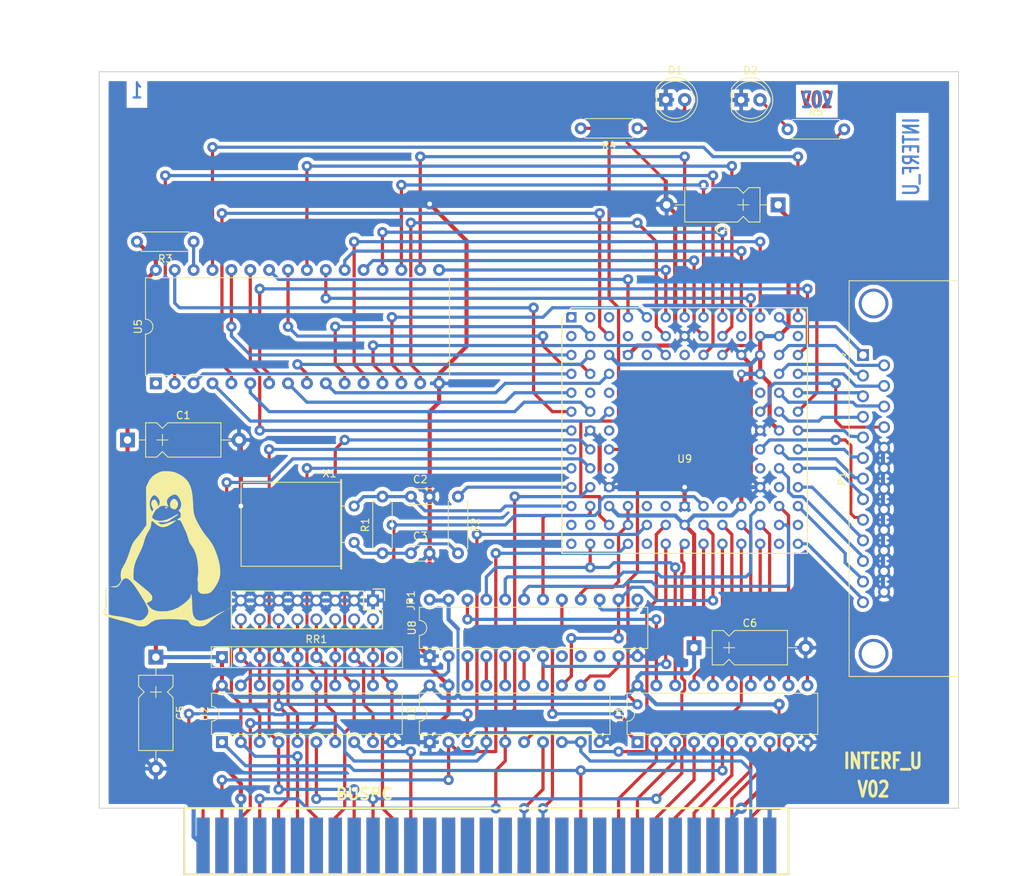
<source format=kicad_pcb>
(kicad_pcb (version 20171130) (host pcbnew "(2018-01-12 revision d8e38d6)-master")
  (title_block (title Demo) (rev 2.C) (company Kicad))
  (layers (0 Composant signal) (31 Cuivre signal) (34 B.Paste user) (35 F.Paste user) (36 B.SilkS user) (37 F.SilkS user) (38 B.Mask user hide) (39 F.Mask user hide) (44 Edge.Cuts user))
  (net 0 "")
  (net 1 /8MH-OUT)
  (net 2 /ACK)
  (net 3 /AUTOFD-)
  (net 4 /BIT0)
  (net 5 /BIT1)
  (net 6 /BIT2)
  (net 7 /BIT3)
  (net 8 /BIT4)
  (net 9 /BIT5)
  (net 10 /BIT6)
  (net 11 /BIT7)
  (net 12 /BUST+)
  (net 13 /CLKLCA)
  (net 14 /CS1-)
  (net 15 /D0)
  (net 16 /D1)
  (net 17 /D2)
  (net 18 /D3)
  (net 19 /D4)
  (net 20 /D5)
  (net 21 /D6)
  (net 22 /D7)
  (net 23 /DIR)
  (net 24 /DONE)
  (net 25 /ENBBUF)
  (net 26 /ERROR-)
  (net 27 /INIT-)
  (net 28 /LED1)
  (net 29 /LED2)
  (net 30 /MA0)
  (net 31 /MA1)
  (net 32 /MA10)
  (net 33 /MA11)
  (net 34 /MA12)
  (net 35 /MA13)
  (net 36 /MA14)
  (net 37 /MA15)
  (net 38 /MA16)
  (net 39 /MA2)
  (net 40 /MA3)
  (net 41 /MA4)
  (net 42 /MA5)
  (net 43 /MA6)
  (net 44 /MA7)
  (net 45 /MA8)
  (net 46 /MA9)
  (net 47 /MATCHL)
  (net 48 /MD0)
  (net 49 /MD1)
  (net 50 /MD2)
  (net 51 /MD3)
  (net 52 /MD4)
  (net 53 /MD5)
  (net 54 /MD6)
  (net 55 /MD7)
  (net 56 /OE-)
  (net 57 /PC-A0)
  (net 58 /PC-A1)
  (net 59 /PC-A10)
  (net 60 /PC-A11)
  (net 61 /PC-A2)
  (net 62 /PC-A3)
  (net 63 /PC-A4)
  (net 64 /PC-A5)
  (net 65 /PC-A6)
  (net 66 /PC-A7)
  (net 67 /PC-A8)
  (net 68 /PC-A9)
  (net 69 /PC-AEN)
  (net 70 /PC-DB0)
  (net 71 /PC-DB1)
  (net 72 /PC-DB2)
  (net 73 /PC-DB3)
  (net 74 /PC-DB4)
  (net 75 /PC-DB5)
  (net 76 /PC-DB6)
  (net 77 /PC-DB7)
  (net 78 /PC-IOR)
  (net 79 /PC-IOW)
  (net 80 /PC-RD)
  (net 81 /PC-RST)
  (net 82 /PC-WR)
  (net 83 /PE+)
  (net 84 /PROG-)
  (net 85 /REF10)
  (net 86 /REF11)
  (net 87 /REF4)
  (net 88 /REF5)
  (net 89 /REF6)
  (net 90 /REF7)
  (net 91 /REF8)
  (net 92 /REF9)
  (net 93 /RSTL)
  (net 94 /SEL_LPT)
  (net 95 /SLCT+)
  (net 96 /SLCTIN-)
  (net 97 /STROBE)
  (net 98 /WR-)
  (net 99 /WR_REG)
  (net 100 GND)
  (net 101 VCC)
  (net 102 "Net-(C2-Pad1)")
  (net 103 "Net-(C3-Pad1)")
  (net 104 "Net-(R3-Pad1)")
  (net 105 "Net-(U3-Pad15)")
  (net 106 "Net-(U3-Pad16)")
  (net 107 "Net-(U3-Pad17)")
  (net 108 "Net-(U3-Pad18)")
  (net 109 "Net-(D1-Pad2)")
  (net 110 "Net-(D2-Pad2)")
  (net 111 "Net-(BUS1-Pad4)")
  (net 112 "Net-(BUS1-Pad5)")
  (net 113 "Net-(BUS1-Pad6)")
  (net 114 "Net-(BUS1-Pad7)")
  (net 115 "Net-(BUS1-Pad8)")
  (net 116 "Net-(BUS1-Pad9)")
  (net 117 "Net-(BUS1-Pad10)")
  (net 118 "Net-(BUS1-Pad11)")
  (net 119 "Net-(BUS1-Pad12)")
  (net 120 "Net-(BUS1-Pad15)")
  (net 121 "Net-(BUS1-Pad16)")
  (net 122 "Net-(BUS1-Pad17)")
  (net 123 "Net-(BUS1-Pad18)")
  (net 124 "Net-(BUS1-Pad19)")
  (net 125 "Net-(BUS1-Pad20)")
  (net 126 "Net-(BUS1-Pad21)")
  (net 127 "Net-(BUS1-Pad22)")
  (net 128 "Net-(BUS1-Pad23)")
  (net 129 "Net-(BUS1-Pad24)")
  (net 130 "Net-(BUS1-Pad25)")
  (net 131 "Net-(BUS1-Pad26)")
  (net 132 "Net-(BUS1-Pad27)")
  (net 133 "Net-(BUS1-Pad28)")
  (net 134 "Net-(BUS1-Pad30)")
  (net 135 "Net-(BUS1-Pad32)")
  (net 136 "Net-(BUS1-Pad41)")
  (net 137 "Net-(BUS1-Pad43)")
  (net 138 "Net-(BUS1-Pad44)")
  (net 139 "Net-(BUS1-Pad45)")
  (net 140 "Net-(BUS1-Pad46)")
  (net 141 "Net-(BUS1-Pad47)")
  (net 142 "Net-(BUS1-Pad48)")
  (net 143 "Net-(BUS1-Pad49)")
  (net 144 "Net-(BUS1-Pad50)")
  (net 145 "Net-(RR1-Pad10)")
  (net 146 "Net-(U3-Pad11)")
  (net 147 "Net-(U9-PadN1)")
  (net 148 "Net-(U9-PadN3)")
  (net 149 "Net-(U9-PadM1)")
  (net 150 "Net-(U9-PadM2)")
  (net 151 "Net-(U9-PadJ3)")
  (net 152 "Net-(U9-PadE2)")
  (net 153 "Net-(U9-PadE3)")
  (net 154 "Net-(U9-PadC5)")
  (net 155 "Net-(U9-PadB1)")
  (net 156 "Net-(U9-PadB4)")
  (net 157 "Net-(U9-PadB5)")
  (net 158 "Net-(U9-PadB10)")
  (net 159 "Net-(U9-PadB13)")
  (net 160 "Net-(U9-PadA1)")
  (net 161 "Net-(U9-PadA2)")
  (net 162 "Net-(U9-PadA3)")
  (net 163 "Net-(U9-PadN5)")
  (net 164 "Net-(U9-PadN12)")
  (net 165 "Net-(U9-PadL5)")
  (net 166 "Net-(U9-PadL6)")
  (net 167 "Net-(U9-PadL9)")
  (net 168 "Net-(U9-PadK12)")
  (net 169 "Net-(U9-PadJ11)")
  (net 170 "Net-(U9-PadE11)")
  (net 171 "Net-(U8-Pad8)")
  (net 172 "Net-(U8-Pad9)")
  (net 173 "Net-(U8-Pad10)")
  (module Resistor_THT:R_Axial_DIN0207_L6.3mm_D2.5mm_P7.62mm_Horizontal (layer Composant) (at 117.475 99.06 90)
    (fp_text reference R1 (at 3.81 -2.31 90) (layer F.SilkS))
    (fp_text value 100K)
    (pad 2 thru_hole oval (at 7.62 0 90) (size 1.6 1.6) (drill 0.8) (layers *.Cu *.Mask) (net 102 "Net-(C2-Pad1)"))
    (pad 1 thru_hole circle (at 0 0 90) (size 1.6 1.6) (drill 0.8) (layers *.Cu *.Mask) (net 103 "Net-(C3-Pad1)"))
  )
  (module Resistor_THT:R_Axial_DIN0207_L6.3mm_D2.5mm_P7.62mm_Horizontal (layer Composant) (at 127.635 91.44 270)
    (fp_text reference R2 (at 3.81 -2.31 270) (layer F.SilkS))
    (fp_text value 1K)
    (pad 2 thru_hole oval (at 7.62 0 270) (size 1.6 1.6) (drill 0.8) (layers *.Cu *.Mask) (net 103 "Net-(C3-Pad1)"))
    (pad 1 thru_hole circle (at 0 0 270) (size 1.6 1.6) (drill 0.8) (layers *.Cu *.Mask) (net 1 /8MH-OUT))
  )
  (module Resistor_THT:R_Axial_DIN0207_L6.3mm_D2.5mm_P7.62mm_Horizontal (layer Composant) (at 92.075 57.15 180)
    (fp_text reference R3 (at 3.81 -2.31 180) (layer F.SilkS))
    (fp_text value 10K)
    (pad 2 thru_hole oval (at 7.62 0 180) (size 1.6 1.6) (drill 0.8) (layers *.Cu *.Mask) (net 101 VCC))
    (pad 1 thru_hole circle (at 0 0 180) (size 1.6 1.6) (drill 0.8) (layers *.Cu *.Mask) (net 104 "Net-(R3-Pad1)"))
  )
  (module Resistor_THT:R_Axial_DIN0207_L6.3mm_D2.5mm_P7.62mm_Horizontal (layer Composant) (at 151.765 41.91 180)
    (fp_text reference R4 (at 3.81 -2.31 180) (layer F.SilkS))
    (fp_text value 330)
    (pad 2 thru_hole oval (at 7.62 0 180) (size 1.6 1.6) (drill 0.8) (layers *.Cu *.Mask) (net 28 /LED1))
    (pad 1 thru_hole circle (at 0 0 180) (size 1.6 1.6) (drill 0.8) (layers *.Cu *.Mask) (net 109 "Net-(D1-Pad2)"))
  )
  (module Resistor_THT:R_Axial_DIN0207_L6.3mm_D2.5mm_P7.62mm_Horizontal (layer Composant) (at 171.958 42.037)
    (fp_text reference R5 (at 3.81 -2.31) (layer F.SilkS))
    (fp_text value 330)
    (pad 2 thru_hole oval (at 7.62 0) (size 1.6 1.6) (drill 0.8) (layers *.Cu *.Mask) (net 29 /LED2))
    (pad 1 thru_hole circle (at 0 0) (size 1.6 1.6) (drill 0.8) (layers *.Cu *.Mask) (net 110 "Net-(D2-Pad2)"))
  )
  (module interf_u:BUS_PC (layer Composant) (at 131.445 138.43)
    (fp_text reference BUS1 hide)
    (fp_text value BUSPC (at -16.4 -7) (layer F.SilkS) (effects (font (size 1.524 1.524) (thickness 0.3048))))
    (pad 62 connect rect (at -38.1 0) (size 1.778 7.62) (layers Composant F.Mask) (net 57 /PC-A0))
    (pad 61 connect rect (at -35.56 0) (size 1.778 7.62) (layers Composant F.Mask) (net 58 /PC-A1))
    (pad 60 connect rect (at -33.02 0) (size 1.778 7.62) (layers Composant F.Mask) (net 61 /PC-A2))
    (pad 59 connect rect (at -30.48 0) (size 1.778 7.62) (layers Composant F.Mask) (net 62 /PC-A3))
    (pad 58 connect rect (at -27.94 0) (size 1.778 7.62) (layers Composant F.Mask) (net 63 /PC-A4))
    (pad 57 connect rect (at -25.4 0) (size 1.778 7.62) (layers Composant F.Mask) (net 64 /PC-A5))
    (pad 56 connect rect (at -22.86 0) (size 1.778 7.62) (layers Composant F.Mask) (net 65 /PC-A6))
    (pad 55 connect rect (at -20.32 0) (size 1.778 7.62) (layers Composant F.Mask) (net 66 /PC-A7))
    (pad 54 connect rect (at -17.78 0) (size 1.778 7.62) (layers Composant F.Mask) (net 67 /PC-A8))
    (pad 53 connect rect (at -15.24 0) (size 1.778 7.62) (layers Composant F.Mask) (net 68 /PC-A9))
    (pad 52 connect rect (at -12.7 0) (size 1.778 7.62) (layers Composant F.Mask) (net 59 /PC-A10))
    (pad 51 connect rect (at -10.16 0) (size 1.778 7.62) (layers Composant F.Mask) (net 60 /PC-A11))
    (pad 50 connect rect (at -7.62 0) (size 1.778 7.62) (layers Composant F.Mask) (net 144 "Net-(BUS1-Pad50)"))
    (pad 49 connect rect (at -5.08 0) (size 1.778 7.62) (layers Composant F.Mask) (net 143 "Net-(BUS1-Pad49)"))
    (pad 48 connect rect (at -2.54 0) (size 1.778 7.62) (layers Composant F.Mask) (net 142 "Net-(BUS1-Pad48)"))
    (pad 47 connect rect (at 0 0) (size 1.778 7.62) (layers Composant F.Mask) (net 141 "Net-(BUS1-Pad47)"))
    (pad 46 connect rect (at 2.54 0) (size 1.778 7.62) (layers Composant F.Mask) (net 140 "Net-(BUS1-Pad46)"))
    (pad 45 connect rect (at 5.08 0) (size 1.778 7.62) (layers Composant F.Mask) (net 139 "Net-(BUS1-Pad45)"))
    (pad 44 connect rect (at 7.62 0) (size 1.778 7.62) (layers Composant F.Mask) (net 138 "Net-(BUS1-Pad44)"))
    (pad 43 connect rect (at 10.16 0) (size 1.778 7.62) (layers Composant F.Mask) (net 137 "Net-(BUS1-Pad43)"))
    (pad 42 connect rect (at 12.7 0) (size 1.778 7.62) (layers Composant F.Mask) (net 69 /PC-AEN))
    (pad 41 connect rect (at 15.24 0) (size 1.778 7.62) (layers Composant F.Mask) (net 136 "Net-(BUS1-Pad41)"))
    (pad 40 connect rect (at 17.78 0) (size 1.778 7.62) (layers Composant F.Mask) (net 70 /PC-DB0))
    (pad 39 connect rect (at 20.32 0) (size 1.778 7.62) (layers Composant F.Mask) (net 71 /PC-DB1))
    (pad 38 connect rect (at 22.86 0) (size 1.778 7.62) (layers Composant F.Mask) (net 72 /PC-DB2))
    (pad 37 connect rect (at 25.4 0) (size 1.778 7.62) (layers Composant F.Mask) (net 73 /PC-DB3))
    (pad 36 connect rect (at 27.94 0) (size 1.778 7.62) (layers Composant F.Mask) (net 74 /PC-DB4))
    (pad 35 connect rect (at 30.48 0) (size 1.778 7.62) (layers Composant F.Mask) (net 75 /PC-DB5))
    (pad 34 connect rect (at 33.02 0) (size 1.778 7.62) (layers Composant F.Mask) (net 76 /PC-DB6))
    (pad 33 connect rect (at 35.56 0) (size 1.778 7.62) (layers Composant F.Mask) (net 77 /PC-DB7))
    (pad 32 connect rect (at 38.1 0) (size 1.778 7.62) (layers Composant F.Mask) (net 135 "Net-(BUS1-Pad32)"))
    (pad 31 connect rect (at -38.1 0) (size 1.778 7.62) (layers Cuivre B.Mask) (net 100 GND))
    (pad 30 connect rect (at -35.56 0) (size 1.778 7.62) (layers Cuivre B.Mask) (net 134 "Net-(BUS1-Pad30)"))
    (pad 29 connect rect (at -33.02 0) (size 1.778 7.62) (layers Cuivre B.Mask) (net 101 VCC))
    (pad 28 connect rect (at -30.48 0) (size 1.778 7.62) (layers Cuivre B.Mask) (net 133 "Net-(BUS1-Pad28)"))
    (pad 27 connect rect (at -27.94 0) (size 1.778 7.62) (layers Cuivre B.Mask) (net 132 "Net-(BUS1-Pad27)"))
    (pad 26 connect rect (at -25.4 0) (size 1.778 7.62) (layers Cuivre B.Mask) (net 131 "Net-(BUS1-Pad26)"))
    (pad 25 connect rect (at -22.86 0) (size 1.778 7.62) (layers Cuivre B.Mask) (net 130 "Net-(BUS1-Pad25)"))
    (pad 24 connect rect (at -20.32 0) (size 1.778 7.62) (layers Cuivre B.Mask) (net 129 "Net-(BUS1-Pad24)"))
    (pad 23 connect rect (at -17.78 0) (size 1.778 7.62) (layers Cuivre B.Mask) (net 128 "Net-(BUS1-Pad23)"))
    (pad 22 connect rect (at -15.24 0) (size 1.778 7.62) (layers Cuivre B.Mask) (net 127 "Net-(BUS1-Pad22)"))
    (pad 21 connect rect (at -12.7 0) (size 1.778 7.62) (layers Cuivre B.Mask) (net 126 "Net-(BUS1-Pad21)"))
    (pad 20 connect rect (at -10.16 0) (size 1.778 7.62) (layers Cuivre B.Mask) (net 125 "Net-(BUS1-Pad20)"))
    (pad 19 connect rect (at -7.62 0) (size 1.778 7.62) (layers Cuivre B.Mask) (net 124 "Net-(BUS1-Pad19)"))
    (pad 18 connect rect (at -5.08 0) (size 1.778 7.62) (layers Cuivre B.Mask) (net 123 "Net-(BUS1-Pad18)"))
    (pad 17 connect rect (at -2.54 0) (size 1.778 7.62) (layers Cuivre B.Mask) (net 122 "Net-(BUS1-Pad17)"))
    (pad 16 connect rect (at 0 0) (size 1.778 7.62) (layers Cuivre B.Mask) (net 121 "Net-(BUS1-Pad16)"))
    (pad 15 connect rect (at 2.54 0) (size 1.778 7.62) (layers Cuivre B.Mask) (net 120 "Net-(BUS1-Pad15)"))
    (pad 14 connect rect (at 5.08 0) (size 1.778 7.62) (layers Cuivre B.Mask) (net 78 /PC-IOR))
    (pad 13 connect rect (at 7.62 0) (size 1.778 7.62) (layers Cuivre B.Mask) (net 79 /PC-IOW))
    (pad 12 connect rect (at 10.16 0) (size 1.778 7.62) (layers Cuivre B.Mask) (net 119 "Net-(BUS1-Pad12)"))
    (pad 11 connect rect (at 12.7 0) (size 1.778 7.62) (layers Cuivre B.Mask) (net 118 "Net-(BUS1-Pad11)"))
    (pad 10 connect rect (at 15.24 0) (size 1.778 7.62) (layers Cuivre B.Mask) (net 117 "Net-(BUS1-Pad10)"))
    (pad 9 connect rect (at 17.78 0) (size 1.778 7.62) (layers Cuivre B.Mask) (net 116 "Net-(BUS1-Pad9)"))
    (pad 8 connect rect (at 20.32 0) (size 1.778 7.62) (layers Cuivre B.Mask) (net 115 "Net-(BUS1-Pad8)"))
    (pad 7 connect rect (at 22.86 0) (size 1.778 7.62) (layers Cuivre B.Mask) (net 114 "Net-(BUS1-Pad7)"))
    (pad 6 connect rect (at 25.4 0) (size 1.778 7.62) (layers Cuivre B.Mask) (net 113 "Net-(BUS1-Pad6)"))
    (pad 5 connect rect (at 27.94 0) (size 1.778 7.62) (layers Cuivre B.Mask) (net 112 "Net-(BUS1-Pad5)"))
    (pad 4 connect rect (at 30.48 0) (size 1.778 7.62) (layers Cuivre B.Mask) (net 111 "Net-(BUS1-Pad4)"))
    (pad 3 connect rect (at 33.02 0) (size 1.778 7.62) (layers Cuivre B.Mask) (net 101 VCC))
    (pad 2 connect rect (at 35.56 0) (size 1.778 7.62) (layers Cuivre B.Mask) (net 81 /PC-RST))
    (pad 1 connect rect (at 38.1 0) (size 1.778 7.62) (layers Cuivre B.Mask) (net 100 GND))
  )
  (module interf_u:PGA120 (layer Composant) (at 158.115 82.55 180)
    (fp_text reference U9 (at 0 -3.81 180) (layer F.SilkS))
    (fp_text value 4003APG120)
    (pad N1 thru_hole circle (at 15.24 -15.24 180) (size 1.4 1.4) (drill 0.8) (layers *.Cu *.Mask) (net 147 "Net-(U9-PadN1)"))
    (pad N2 thru_hole circle (at 12.7 -15.24 180) (size 1.4 1.4) (drill 0.8) (layers *.Cu *.Mask) (net 15 /D0))
    (pad N3 thru_hole circle (at 10.16 -15.24 180) (size 1.4 1.4) (drill 0.8) (layers *.Cu *.Mask) (net 148 "Net-(U9-PadN3)"))
    (pad M1 thru_hole circle (at 15.24 -12.7 180) (size 1.4 1.4) (drill 0.8) (layers *.Cu *.Mask) (net 149 "Net-(U9-PadM1)"))
    (pad M2 thru_hole circle (at 12.7 -12.7 180) (size 1.4 1.4) (drill 0.8) (layers *.Cu *.Mask) (net 150 "Net-(U9-PadM2)"))
    (pad M3 thru_hole circle (at 10.16 -12.7 180) (size 1.4 1.4) (drill 0.8) (layers *.Cu *.Mask) (net 28 /LED1))
    (pad L1 thru_hole circle (at 15.24 -10.16 180) (size 1.4 1.4) (drill 0.8) (layers *.Cu *.Mask) (net 102 "Net-(C2-Pad1)"))
    (pad L2 thru_hole circle (at 12.7 -10.16 180) (size 1.4 1.4) (drill 0.8) (layers *.Cu *.Mask) (net 94 /SEL_LPT))
    (pad L3 thru_hole circle (at 10.16 -10.16 180) (size 1.4 1.4) (drill 0.8) (layers *.Cu *.Mask) (net 101 VCC))
    (pad K1 thru_hole circle (at 15.24 -7.62 180) (size 1.4 1.4) (drill 0.8) (layers *.Cu *.Mask) (net 1 /8MH-OUT))
    (pad K2 thru_hole circle (at 12.7 -7.62 180) (size 1.4 1.4) (drill 0.8) (layers *.Cu *.Mask) (net 62 /PC-A3))
    (pad K3 thru_hole circle (at 10.16 -7.62 180) (size 1.4 1.4) (drill 0.8) (layers *.Cu *.Mask) (net 100 GND))
    (pad J1 thru_hole circle (at 15.24 -5.08 180) (size 1.4 1.4) (drill 0.8) (layers *.Cu *.Mask) (net 65 /PC-A6))
    (pad J2 thru_hole circle (at 12.7 -5.08 180) (size 1.4 1.4) (drill 0.8) (layers *.Cu *.Mask) (net 64 /PC-A5))
    (pad J3 thru_hole circle (at 10.16 -5.08 180) (size 1.4 1.4) (drill 0.8) (layers *.Cu *.Mask) (net 151 "Net-(U9-PadJ3)"))
    (pad H1 thru_hole circle (at 15.24 -2.54 180) (size 1.4 1.4) (drill 0.8) (layers *.Cu *.Mask) (net 67 /PC-A8))
    (pad H2 thru_hole circle (at 12.7 -2.54 180) (size 1.4 1.4) (drill 0.8) (layers *.Cu *.Mask) (net 66 /PC-A7))
    (pad H3 thru_hole circle (at 10.16 -2.54 180) (size 1.4 1.4) (drill 0.8) (layers *.Cu *.Mask) (net 63 /PC-A4))
    (pad G1 thru_hole circle (at 15.24 0 180) (size 1.4 1.4) (drill 0.8) (layers *.Cu *.Mask) (net 45 /MA8))
    (pad G2 thru_hole circle (at 12.7 0 180) (size 1.4 1.4) (drill 0.8) (layers *.Cu *.Mask) (net 100 GND))
    (pad G3 thru_hole circle (at 10.16 0 180) (size 1.4 1.4) (drill 0.8) (layers *.Cu *.Mask))
    (pad F1 thru_hole circle (at 15.24 2.54 180) (size 1.4 1.4) (drill 0.8) (layers *.Cu *.Mask) (net 37 /MA15))
    (pad F2 thru_hole circle (at 12.7 2.54 180) (size 1.4 1.4) (drill 0.8) (layers *.Cu *.Mask) (net 43 /MA6))
    (pad F3 thru_hole circle (at 10.16 2.54 180) (size 1.4 1.4) (drill 0.8) (layers *.Cu *.Mask) (net 34 /MA12))
    (pad E1 thru_hole circle (at 15.24 5.08 180) (size 1.4 1.4) (drill 0.8) (layers *.Cu *.Mask) (net 41 /MA4))
    (pad E2 thru_hole circle (at 12.7 5.08 180) (size 1.4 1.4) (drill 0.8) (layers *.Cu *.Mask) (net 152 "Net-(U9-PadE2)"))
    (pad E3 thru_hole circle (at 10.16 5.08 180) (size 1.4 1.4) (drill 0.8) (layers *.Cu *.Mask) (net 153 "Net-(U9-PadE3)"))
    (pad D1 thru_hole circle (at 15.24 7.62 180) (size 1.4 1.4) (drill 0.8) (layers *.Cu *.Mask) (net 36 /MA14))
    (pad D2 thru_hole circle (at 12.7 7.62 180) (size 1.4 1.4) (drill 0.8) (layers *.Cu *.Mask) (net 33 /MA11))
    (pad D3 thru_hole circle (at 10.16 7.62 180) (size 1.4 1.4) (drill 0.8) (layers *.Cu *.Mask) (net 39 /MA2))
    (pad C1 thru_hole circle (at 15.24 10.16 180) (size 1.4 1.4) (drill 0.8) (layers *.Cu *.Mask) (net 35 /MA13))
    (pad C2 thru_hole circle (at 12.7 10.16 180) (size 1.4 1.4) (drill 0.8) (layers *.Cu *.Mask) (net 40 /MA3))
    (pad C3 thru_hole circle (at 10.16 10.16 180) (size 1.4 1.4) (drill 0.8) (layers *.Cu *.Mask) (net 101 VCC))
    (pad C4 thru_hole circle (at 7.62 10.16 180) (size 1.4 1.4) (drill 0.8) (layers *.Cu *.Mask) (net 100 GND))
    (pad C5 thru_hole circle (at 5.08 10.16 180) (size 1.4 1.4) (drill 0.8) (layers *.Cu *.Mask) (net 154 "Net-(U9-PadC5)"))
    (pad C6 thru_hole circle (at 2.54 10.16 180) (size 1.4 1.4) (drill 0.8) (layers *.Cu *.Mask) (net 48 /MD0))
    (pad C7 thru_hole circle (at 0 10.16 180) (size 1.4 1.4) (drill 0.8) (layers *.Cu *.Mask))
    (pad C8 thru_hole circle (at -2.54 10.16 180) (size 1.4 1.4) (drill 0.8) (layers *.Cu *.Mask) (net 38 /MA16))
    (pad C9 thru_hole circle (at -5.08 10.16 180) (size 1.4 1.4) (drill 0.8) (layers *.Cu *.Mask) (net 32 /MA10))
    (pad C10 thru_hole circle (at -7.62 10.16 180) (size 1.4 1.4) (drill 0.8) (layers *.Cu *.Mask) (net 100 GND))
    (pad C11 thru_hole circle (at -10.16 10.16 180) (size 1.4 1.4) (drill 0.8) (layers *.Cu *.Mask) (net 101 VCC))
    (pad C12 thru_hole circle (at -12.7 10.16 180) (size 1.4 1.4) (drill 0.8) (layers *.Cu *.Mask) (net 3 /AUTOFD-))
    (pad C13 thru_hole circle (at -15.24 10.16 180) (size 1.4 1.4) (drill 0.8) (layers *.Cu *.Mask) (net 42 /MA5))
    (pad B1 thru_hole circle (at 15.24 12.7 180) (size 1.4 1.4) (drill 0.8) (layers *.Cu *.Mask) (net 155 "Net-(U9-PadB1)"))
    (pad B2 thru_hole circle (at 12.7 12.7 180) (size 1.4 1.4) (drill 0.8) (layers *.Cu *.Mask) (net 31 /MA1))
    (pad B3 thru_hole circle (at 10.16 12.7 180) (size 1.4 1.4) (drill 0.8) (layers *.Cu *.Mask) (net 44 /MA7))
    (pad B4 thru_hole circle (at 7.62 12.7 180) (size 1.4 1.4) (drill 0.8) (layers *.Cu *.Mask) (net 156 "Net-(U9-PadB4)"))
    (pad B5 thru_hole circle (at 5.08 12.7 180) (size 1.4 1.4) (drill 0.8) (layers *.Cu *.Mask) (net 157 "Net-(U9-PadB5)"))
    (pad B6 thru_hole circle (at 2.54 12.7 180) (size 1.4 1.4) (drill 0.8) (layers *.Cu *.Mask) (net 50 /MD2))
    (pad B7 thru_hole circle (at 0 12.7 180) (size 1.4 1.4) (drill 0.8) (layers *.Cu *.Mask) (net 100 GND))
    (pad B8 thru_hole circle (at -2.54 12.7 180) (size 1.4 1.4) (drill 0.8) (layers *.Cu *.Mask) (net 55 /MD7))
    (pad B9 thru_hole circle (at -5.08 12.7 180) (size 1.4 1.4) (drill 0.8) (layers *.Cu *.Mask) (net 56 /OE-))
    (pad B10 thru_hole circle (at -7.62 12.7 180) (size 1.4 1.4) (drill 0.8) (layers *.Cu *.Mask) (net 158 "Net-(U9-PadB10)"))
    (pad B11 thru_hole circle (at -10.16 12.7 180) (size 1.4 1.4) (drill 0.8) (layers *.Cu *.Mask) (net 101 VCC))
    (pad B12 thru_hole circle (at -12.7 12.7 180) (size 1.4 1.4) (drill 0.8) (layers *.Cu *.Mask) (net 101 VCC))
    (pad B13 thru_hole circle (at -15.24 12.7 180) (size 1.4 1.4) (drill 0.8) (layers *.Cu *.Mask) (net 159 "Net-(U9-PadB13)"))
    (pad A1 thru_hole rect (at 15.24 15.24 180) (size 1.4 1.4) (drill 0.8) (layers *.Cu *.Mask) (net 160 "Net-(U9-PadA1)"))
    (pad A2 thru_hole circle (at 12.7 15.24 180) (size 1.4 1.4) (drill 0.8) (layers *.Cu *.Mask) (net 161 "Net-(U9-PadA2)"))
    (pad A3 thru_hole circle (at 10.16 15.24 180) (size 1.4 1.4) (drill 0.8) (layers *.Cu *.Mask) (net 162 "Net-(U9-PadA3)"))
    (pad A4 thru_hole circle (at 7.62 15.24 180) (size 1.4 1.4) (drill 0.8) (layers *.Cu *.Mask) (net 46 /MA9))
    (pad A5 thru_hole circle (at 5.08 15.24 180) (size 1.4 1.4) (drill 0.8) (layers *.Cu *.Mask) (net 49 /MD1))
    (pad A6 thru_hole circle (at 2.54 15.24 180) (size 1.4 1.4) (drill 0.8) (layers *.Cu *.Mask) (net 51 /MD3))
    (pad A7 thru_hole circle (at 0 15.24 180) (size 1.4 1.4) (drill 0.8) (layers *.Cu *.Mask) (net 52 /MD4))
    (pad A8 thru_hole circle (at -2.54 15.24 180) (size 1.4 1.4) (drill 0.8) (layers *.Cu *.Mask) (net 53 /MD5))
    (pad A9 thru_hole circle (at -5.08 15.24 180) (size 1.4 1.4) (drill 0.8) (layers *.Cu *.Mask) (net 54 /MD6))
    (pad A10 thru_hole circle (at -7.62 15.24 180) (size 1.4 1.4) (drill 0.8) (layers *.Cu *.Mask) (net 14 /CS1-))
    (pad A11 thru_hole circle (at -10.16 15.24 180) (size 1.4 1.4) (drill 0.8) (layers *.Cu *.Mask) (net 30 /MA0))
    (pad A12 thru_hole circle (at -12.7 15.24 180) (size 1.4 1.4) (drill 0.8) (layers *.Cu *.Mask) (net 97 /STROBE))
    (pad A13 thru_hole circle (at -15.24 15.24 180) (size 1.4 1.4) (drill 0.8) (layers *.Cu *.Mask) (net 98 /WR-))
    (pad N4 thru_hole circle (at 7.62 -15.24 180) (size 1.4 1.4) (drill 0.8) (layers *.Cu *.Mask) (net 58 /PC-A1))
    (pad N5 thru_hole circle (at 5.08 -15.24 180) (size 1.4 1.4) (drill 0.8) (layers *.Cu *.Mask) (net 163 "Net-(U9-PadN5)"))
    (pad N6 thru_hole circle (at 2.54 -15.24 180) (size 1.4 1.4) (drill 0.8) (layers *.Cu *.Mask) (net 82 /PC-WR))
    (pad N7 thru_hole circle (at 0 -15.24 180) (size 1.4 1.4) (drill 0.8) (layers *.Cu *.Mask) (net 68 /PC-A9))
    (pad N8 thru_hole circle (at -2.54 -15.24 180) (size 1.4 1.4) (drill 0.8) (layers *.Cu *.Mask) (net 16 /D1))
    (pad N9 thru_hole circle (at -5.08 -15.24 180) (size 1.4 1.4) (drill 0.8) (layers *.Cu *.Mask) (net 17 /D2))
    (pad N10 thru_hole circle (at -7.62 -15.24 180) (size 1.4 1.4) (drill 0.8) (layers *.Cu *.Mask) (net 69 /PC-AEN))
    (pad N11 thru_hole circle (at -10.16 -15.24 180) (size 1.4 1.4) (drill 0.8) (layers *.Cu *.Mask) (net 20 /D5))
    (pad N12 thru_hole circle (at -12.7 -15.24 180) (size 1.4 1.4) (drill 0.8) (layers *.Cu *.Mask) (net 164 "Net-(U9-PadN12)"))
    (pad N13 thru_hole circle (at -15.24 -15.24 180) (size 1.4 1.4) (drill 0.8) (layers *.Cu *.Mask) (net 95 /SLCT+))
    (pad M4 thru_hole circle (at 7.62 -12.7 180) (size 1.4 1.4) (drill 0.8) (layers *.Cu *.Mask) (net 13 /CLKLCA))
    (pad M5 thru_hole circle (at 5.08 -12.7 180) (size 1.4 1.4) (drill 0.8) (layers *.Cu *.Mask) (net 61 /PC-A2))
    (pad M6 thru_hole circle (at 2.54 -12.7 180) (size 1.4 1.4) (drill 0.8) (layers *.Cu *.Mask) (net 57 /PC-A0))
    (pad M7 thru_hole circle (at 0 -12.7 180) (size 1.4 1.4) (drill 0.8) (layers *.Cu *.Mask) (net 101 VCC))
    (pad M8 thru_hole circle (at -2.54 -12.7 180) (size 1.4 1.4) (drill 0.8) (layers *.Cu *.Mask) (net 80 /PC-RD))
    (pad M9 thru_hole circle (at -5.08 -12.7 180) (size 1.4 1.4) (drill 0.8) (layers *.Cu *.Mask) (net 18 /D3))
    (pad M10 thru_hole circle (at -7.62 -12.7 180) (size 1.4 1.4) (drill 0.8) (layers *.Cu *.Mask) (net 19 /D4))
    (pad M11 thru_hole circle (at -10.16 -12.7 180) (size 1.4 1.4) (drill 0.8) (layers *.Cu *.Mask) (net 21 /D6))
    (pad M12 thru_hole circle (at -12.7 -12.7 180) (size 1.4 1.4) (drill 0.8) (layers *.Cu *.Mask) (net 84 /PROG-))
    (pad M13 thru_hole circle (at -15.24 -12.7 180) (size 1.4 1.4) (drill 0.8) (layers *.Cu *.Mask))
    (pad L4 thru_hole circle (at 7.62 -10.16 180) (size 1.4 1.4) (drill 0.8) (layers *.Cu *.Mask) (net 13 /CLKLCA))
    (pad L5 thru_hole circle (at 5.08 -10.16 180) (size 1.4 1.4) (drill 0.8) (layers *.Cu *.Mask) (net 165 "Net-(U9-PadL5)"))
    (pad L6 thru_hole circle (at 2.54 -10.16 180) (size 1.4 1.4) (drill 0.8) (layers *.Cu *.Mask) (net 166 "Net-(U9-PadL6)"))
    (pad L7 thru_hole circle (at 0 -10.16 180) (size 1.4 1.4) (drill 0.8) (layers *.Cu *.Mask) (net 100 GND))
    (pad L8 thru_hole circle (at -2.54 -10.16 180) (size 1.4 1.4) (drill 0.8) (layers *.Cu *.Mask) (net 59 /PC-A10))
    (pad L9 thru_hole circle (at -5.08 -10.16 180) (size 1.4 1.4) (drill 0.8) (layers *.Cu *.Mask) (net 167 "Net-(U9-PadL9)"))
    (pad L10 thru_hole circle (at -7.62 -10.16 180) (size 1.4 1.4) (drill 0.8) (layers *.Cu *.Mask) (net 101 VCC))
    (pad L11 thru_hole circle (at -10.16 -10.16 180) (size 1.4 1.4) (drill 0.8) (layers *.Cu *.Mask) (net 24 /DONE))
    (pad L12 thru_hole circle (at -12.7 -10.16 180) (size 1.4 1.4) (drill 0.8) (layers *.Cu *.Mask) (net 22 /D7))
    (pad L13 thru_hole circle (at -15.24 -10.16 180) (size 1.4 1.4) (drill 0.8) (layers *.Cu *.Mask) (net 83 /PE+))
    (pad K11 thru_hole circle (at -10.16 -7.62 180) (size 1.4 1.4) (drill 0.8) (layers *.Cu *.Mask) (net 100 GND))
    (pad K12 thru_hole circle (at -12.7 -7.62 180) (size 1.4 1.4) (drill 0.8) (layers *.Cu *.Mask) (net 168 "Net-(U9-PadK12)"))
    (pad K13 thru_hole circle (at -15.24 -7.62 180) (size 1.4 1.4) (drill 0.8) (layers *.Cu *.Mask) (net 2 /ACK))
    (pad J11 thru_hole circle (at -10.16 -5.08 180) (size 1.4 1.4) (drill 0.8) (layers *.Cu *.Mask) (net 169 "Net-(U9-PadJ11)"))
    (pad J12 thru_hole circle (at -12.7 -5.08 180) (size 1.4 1.4) (drill 0.8) (layers *.Cu *.Mask) (net 12 /BUST+))
    (pad J13 thru_hole circle (at -15.24 -5.08 180) (size 1.4 1.4) (drill 0.8) (layers *.Cu *.Mask) (net 10 /BIT6))
    (pad H11 thru_hole circle (at -10.16 -2.54 180) (size 1.4 1.4) (drill 0.8) (layers *.Cu *.Mask) (net 11 /BIT7))
    (pad H12 thru_hole circle (at -12.7 -2.54 180) (size 1.4 1.4) (drill 0.8) (layers *.Cu *.Mask) (net 9 /BIT5))
    (pad H13 thru_hole circle (at -15.24 -2.54 180) (size 1.4 1.4) (drill 0.8) (layers *.Cu *.Mask) (net 8 /BIT4))
    (pad G11 thru_hole circle (at -10.16 0 180) (size 1.4 1.4) (drill 0.8) (layers *.Cu *.Mask) (net 100 GND))
    (pad G12 thru_hole circle (at -12.7 0 180) (size 1.4 1.4) (drill 0.8) (layers *.Cu *.Mask) (net 101 VCC))
    (pad G13 thru_hole circle (at -15.24 0 180) (size 1.4 1.4) (drill 0.8) (layers *.Cu *.Mask) (net 7 /BIT3))
    (pad F11 thru_hole circle (at -10.16 2.54 180) (size 1.4 1.4) (drill 0.8) (layers *.Cu *.Mask) (net 96 /SLCTIN-))
    (pad F12 thru_hole circle (at -12.7 2.54 180) (size 1.4 1.4) (drill 0.8) (layers *.Cu *.Mask) (net 6 /BIT2))
    (pad F13 thru_hole circle (at -15.24 2.54 180) (size 1.4 1.4) (drill 0.8) (layers *.Cu *.Mask) (net 29 /LED2))
    (pad E11 thru_hole circle (at -10.16 5.08 180) (size 1.4 1.4) (drill 0.8) (layers *.Cu *.Mask) (net 170 "Net-(U9-PadE11)"))
    (pad E12 thru_hole circle (at -12.7 5.08 180) (size 1.4 1.4) (drill 0.8) (layers *.Cu *.Mask) (net 27 /INIT-))
    (pad E13 thru_hole circle (at -15.24 5.08 180) (size 1.4 1.4) (drill 0.8) (layers *.Cu *.Mask) (net 5 /BIT1))
    (pad D11 thru_hole circle (at -10.16 7.62 180) (size 1.4 1.4) (drill 0.8) (layers *.Cu *.Mask) (net 101 VCC))
    (pad D12 thru_hole circle (at -12.7 7.62 180) (size 1.4 1.4) (drill 0.8) (layers *.Cu *.Mask) (net 4 /BIT0))
    (pad D13 thru_hole circle (at -15.24 7.62 180) (size 1.4 1.4) (drill 0.8) (layers *.Cu *.Mask) (net 26 /ERROR-))
  )
  (module Resistor_THT:R_Array_SIP10 (layer Composant) (at 95.885 113.03)
    (fp_text reference RR1 (at 12.7 -2.4) (layer F.SilkS))
    (fp_text value 9x1K)
    (pad 1 thru_hole rect (at 0 0) (size 1.6 1.6) (drill 0.8) (layers *.Cu *.Mask) (net 101 VCC))
    (pad 2 thru_hole oval (at 2.54 0) (size 1.6 1.6) (drill 0.8) (layers *.Cu *.Mask) (net 88 /REF5))
    (pad 3 thru_hole oval (at 5.08 0) (size 1.6 1.6) (drill 0.8) (layers *.Cu *.Mask) (net 87 /REF4))
    (pad 4 thru_hole oval (at 7.62 0) (size 1.6 1.6) (drill 0.8) (layers *.Cu *.Mask) (net 91 /REF8))
    (pad 5 thru_hole oval (at 10.16 0) (size 1.6 1.6) (drill 0.8) (layers *.Cu *.Mask) (net 89 /REF6))
    (pad 6 thru_hole oval (at 12.7 0) (size 1.6 1.6) (drill 0.8) (layers *.Cu *.Mask) (net 92 /REF9))
    (pad 7 thru_hole oval (at 15.24 0) (size 1.6 1.6) (drill 0.8) (layers *.Cu *.Mask) (net 90 /REF7))
    (pad 8 thru_hole oval (at 17.78 0) (size 1.6 1.6) (drill 0.8) (layers *.Cu *.Mask) (net 86 /REF11))
    (pad 9 thru_hole oval (at 20.32 0) (size 1.6 1.6) (drill 0.8) (layers *.Cu *.Mask) (net 85 /REF10))
    (pad 10 thru_hole oval (at 22.86 0) (size 1.6 1.6) (drill 0.8) (layers *.Cu *.Mask) (net 145 "Net-(RR1-Pad10)"))
  )
  (module Connector_Dsub:DSUB-25_Female_Horizontal_P2.77x2.84mm_EdgePinOffset9.90mm_Housed_MountingHolesOffset11.32mm (layer Composant) (at 182.1 72.4 90)
    (fp_text reference P1 (at -16.62 -2.8 90) (layer F.SilkS))
    (fp_text value DB25FEMELLE)
    (pad 1 thru_hole rect (at 0 0 90) (size 1.6 1.6) (drill 1) (layers *.Cu *.Mask) (net 97 /STROBE))
    (pad 2 thru_hole circle (at -2.77 0 90) (size 1.6 1.6) (drill 1) (layers *.Cu *.Mask) (net 4 /BIT0))
    (pad 3 thru_hole circle (at -5.54 0 90) (size 1.6 1.6) (drill 1) (layers *.Cu *.Mask) (net 5 /BIT1))
    (pad 4 thru_hole circle (at -8.31 0 90) (size 1.6 1.6) (drill 1) (layers *.Cu *.Mask) (net 6 /BIT2))
    (pad 5 thru_hole circle (at -11.08 0 90) (size 1.6 1.6) (drill 1) (layers *.Cu *.Mask) (net 7 /BIT3))
    (pad 6 thru_hole circle (at -13.85 0 90) (size 1.6 1.6) (drill 1) (layers *.Cu *.Mask) (net 8 /BIT4))
    (pad 7 thru_hole circle (at -16.62 0 90) (size 1.6 1.6) (drill 1) (layers *.Cu *.Mask) (net 9 /BIT5))
    (pad 8 thru_hole circle (at -19.39 0 90) (size 1.6 1.6) (drill 1) (layers *.Cu *.Mask) (net 10 /BIT6))
    (pad 9 thru_hole circle (at -22.16 0 90) (size 1.6 1.6) (drill 1) (layers *.Cu *.Mask) (net 11 /BIT7))
    (pad 10 thru_hole circle (at -24.93 0 90) (size 1.6 1.6) (drill 1) (layers *.Cu *.Mask) (net 2 /ACK))
    (pad 11 thru_hole circle (at -27.7 0 90) (size 1.6 1.6) (drill 1) (layers *.Cu *.Mask) (net 12 /BUST+))
    (pad 12 thru_hole circle (at -30.47 0 90) (size 1.6 1.6) (drill 1) (layers *.Cu *.Mask) (net 83 /PE+))
    (pad 13 thru_hole circle (at -33.24 0 90) (size 1.6 1.6) (drill 1) (layers *.Cu *.Mask) (net 95 /SLCT+))
    (pad 14 thru_hole circle (at -1.385 2.84 90) (size 1.6 1.6) (drill 1) (layers *.Cu *.Mask) (net 3 /AUTOFD-))
    (pad 15 thru_hole circle (at -4.155 2.84 90) (size 1.6 1.6) (drill 1) (layers *.Cu *.Mask) (net 26 /ERROR-))
    (pad 16 thru_hole circle (at -6.925 2.84 90) (size 1.6 1.6) (drill 1) (layers *.Cu *.Mask) (net 27 /INIT-))
    (pad 17 thru_hole circle (at -9.695 2.84 90) (size 1.6 1.6) (drill 1) (layers *.Cu *.Mask) (net 96 /SLCTIN-))
    (pad 18 thru_hole circle (at -12.465 2.84 90) (size 1.6 1.6) (drill 1) (layers *.Cu *.Mask) (net 100 GND))
    (pad 19 thru_hole circle (at -15.235 2.84 90) (size 1.6 1.6) (drill 1) (layers *.Cu *.Mask) (net 100 GND))
    (pad 20 thru_hole circle (at -18.005 2.84 90) (size 1.6 1.6) (drill 1) (layers *.Cu *.Mask) (net 100 GND))
    (pad 21 thru_hole circle (at -20.775 2.84 90) (size 1.6 1.6) (drill 1) (layers *.Cu *.Mask) (net 100 GND))
    (pad 22 thru_hole circle (at -23.545 2.84 90) (size 1.6 1.6) (drill 1) (layers *.Cu *.Mask) (net 100 GND))
    (pad 23 thru_hole circle (at -26.315 2.84 90) (size 1.6 1.6) (drill 1) (layers *.Cu *.Mask) (net 100 GND))
    (pad 24 thru_hole circle (at -29.085 2.84 90) (size 1.6 1.6) (drill 1) (layers *.Cu *.Mask) (net 100 GND))
    (pad 25 thru_hole circle (at -31.855 2.84 90) (size 1.6 1.6) (drill 1) (layers *.Cu *.Mask) (net 100 GND))
    (pad 0 thru_hole circle (at -40.17 1.42 90) (size 4 4) (drill 3.2) (layers *.Cu *.Mask))
    (pad 0 thru_hole circle (at 6.93 1.42 90) (size 4 4) (drill 3.2) (layers *.Cu *.Mask))
  )
  (module LED_THT:LED_D5.0mm (layer Composant) (at 165.71 38.08)
    (fp_text reference D2 (at 1.27 -3.96) (layer F.SilkS))
    (fp_text value LED)
    (pad 2 thru_hole circle (at 2.54 0) (size 1.8 1.8) (drill 0.9) (layers *.Cu *.Mask) (net 110 "Net-(D2-Pad2)"))
    (pad 1 thru_hole rect (at 0 0) (size 1.8 1.8) (drill 0.9) (layers *.Cu *.Mask) (net 100 GND))
  )
  (module LED_THT:LED_D5.0mm (layer Composant) (at 155.58 38.06)
    (fp_text reference D1 (at 1.27 -3.96) (layer F.SilkS))
    (fp_text value LED)
    (pad 1 thru_hole rect (at 0 0) (size 1.8 1.8) (drill 0.9) (layers *.Cu *.Mask) (net 100 GND))
    (pad 2 thru_hole circle (at 2.54 0) (size 1.8 1.8) (drill 0.9) (layers *.Cu *.Mask) (net 109 "Net-(D1-Pad2)"))
  )
  (module LOGO (layer Composant) (at 88.646 98.425)
    (fp_text reference G1 hide)
    (fp_text value Tux hide)
  )
  (module Crystal:Crystal_HC18-U_Horizontal (layer Composant) (at 113.665 92.71 270)
    (fp_text reference X1 (at -4.375 3.3125) (layer F.SilkS))
    (fp_text value 8MHz)
    (pad 1 thru_hole circle (at 0 0 270) (size 1.5 1.5) (drill 0.8) (layers *.Cu *.Mask) (net 102 "Net-(C2-Pad1)"))
    (pad 2 thru_hole circle (at 4.9 0 270) (size 1.5 1.5) (drill 0.8) (layers *.Cu *.Mask) (net 103 "Net-(C3-Pad1)"))
  )
  (module Pin_Headers:Pin_Header_Straight_2x08 (layer Composant) (at 116.205 105.41 270)
    (fp_text reference JP1 (at 0 -5.1 270) (layer F.SilkS))
    (fp_text value CONN_8X2 hide)
    (pad 1 thru_hole rect (at 0 0 270) (size 1.6 1.6) (drill 1) (layers *.Cu *.Mask) (net 100 GND))
    (pad 2 thru_hole circle (at 2.54 0 270) (size 1.6 1.6) (drill 1) (layers *.Cu *.Mask) (net 85 /REF10))
    (pad 3 thru_hole circle (at 0 2.54 270) (size 1.6 1.6) (drill 1) (layers *.Cu *.Mask) (net 100 GND))
    (pad 4 thru_hole circle (at 2.54 2.54 270) (size 1.6 1.6) (drill 1) (layers *.Cu *.Mask) (net 86 /REF11))
    (pad 5 thru_hole circle (at 0 5.08 270) (size 1.6 1.6) (drill 1) (layers *.Cu *.Mask) (net 100 GND))
    (pad 6 thru_hole circle (at 2.54 5.08 270) (size 1.6 1.6) (drill 1) (layers *.Cu *.Mask) (net 90 /REF7))
    (pad 7 thru_hole circle (at 0 7.62 270) (size 1.6 1.6) (drill 1) (layers *.Cu *.Mask) (net 100 GND))
    (pad 8 thru_hole circle (at 2.54 7.62 270) (size 1.6 1.6) (drill 1) (layers *.Cu *.Mask) (net 92 /REF9))
    (pad 9 thru_hole circle (at 0 10.16 270) (size 1.6 1.6) (drill 1) (layers *.Cu *.Mask) (net 100 GND))
    (pad 10 thru_hole circle (at 2.54 10.16 270) (size 1.6 1.6) (drill 1) (layers *.Cu *.Mask) (net 89 /REF6))
    (pad 11 thru_hole circle (at 0 12.7 270) (size 1.6 1.6) (drill 1) (layers *.Cu *.Mask) (net 100 GND))
    (pad 12 thru_hole circle (at 2.54 12.7 270) (size 1.6 1.6) (drill 1) (layers *.Cu *.Mask) (net 91 /REF8))
    (pad 13 thru_hole circle (at 0 15.24 270) (size 1.6 1.6) (drill 1) (layers *.Cu *.Mask) (net 100 GND))
    (pad 14 thru_hole circle (at 2.54 15.24 270) (size 1.6 1.6) (drill 1) (layers *.Cu *.Mask) (net 87 /REF4))
    (pad 15 thru_hole circle (at 0 17.78 270) (size 1.6 1.6) (drill 1) (layers *.Cu *.Mask) (net 100 GND))
    (pad 16 thru_hole circle (at 2.54 17.78 270) (size 1.6 1.6) (drill 1) (layers *.Cu *.Mask) (net 88 /REF5))
  )
  (module Capacitor_THT:CP_Axial_L10.0mm_D4.5mm_P15.00mm_Horizontal (layer Composant) (at 159.385 111.76)
    (fp_text reference C6 (at 7.5 -3.31) (layer F.SilkS))
    (fp_text value 47uF)
    (pad 1 thru_hole rect (at 0 0) (size 2 2) (drill 1) (layers *.Cu *.Mask) (net 101 VCC))
    (pad 2 thru_hole oval (at 15 0) (size 2 2) (drill 1) (layers *.Cu *.Mask) (net 100 GND))
  )
  (module Capacitor_THT:CP_Axial_L10.0mm_D4.5mm_P15.00mm_Horizontal (layer Composant) (at 86.995 113.03 270)
    (fp_text reference C5 (at 7.5 -3.31 270) (layer F.SilkS))
    (fp_text value 47uF)
    (pad 1 thru_hole rect (at 0 0 270) (size 2 2) (drill 1) (layers *.Cu *.Mask) (net 101 VCC))
    (pad 2 thru_hole oval (at 15 0 270) (size 2 2) (drill 1) (layers *.Cu *.Mask) (net 100 GND))
  )
  (module Capacitor_THT:CP_Axial_L10.0mm_D4.5mm_P15.00mm_Horizontal (layer Composant) (at 170.688 52.197 180)
    (fp_text reference C4 (at 7.5 -3.31 180) (layer F.SilkS))
    (fp_text value 47uF)
    (pad 1 thru_hole rect (at 0 0 180) (size 2 2) (drill 1) (layers *.Cu *.Mask) (net 101 VCC))
    (pad 2 thru_hole oval (at 15 0 180) (size 2 2) (drill 1) (layers *.Cu *.Mask) (net 100 GND))
  )
  (module Capacitor_THT:CP_Axial_L10.0mm_D4.5mm_P15.00mm_Horizontal (layer Composant) (at 83.185 83.82)
    (fp_text reference C1 (at 7.5 -3.31) (layer F.SilkS))
    (fp_text value 47uF)
    (pad 1 thru_hole rect (at 0 0) (size 2 2) (drill 1) (layers *.Cu *.Mask) (net 101 VCC))
    (pad 2 thru_hole oval (at 15 0) (size 2 2) (drill 1) (layers *.Cu *.Mask) (net 100 GND))
  )
  (module Capacitor_THT:C_Disc_D3.0mm_W2.0mm_P2.50mm (layer Composant) (at 121.305 99.06)
    (fp_text reference C3 (at 1.25 -2.31) (layer F.SilkS))
    (fp_text value 47pF)
    (pad 1 thru_hole circle (at 0 0) (size 1.6 1.6) (drill 0.8) (layers *.Cu *.Mask) (net 103 "Net-(C3-Pad1)"))
    (pad 2 thru_hole circle (at 2.5 0) (size 1.6 1.6) (drill 0.8) (layers *.Cu *.Mask) (net 100 GND))
  )
  (module Capacitor_THT:C_Disc_D3.0mm_W2.0mm_P2.50mm (layer Composant) (at 121.305 91.44)
    (fp_text reference C2 (at 1.25 -2.31) (layer F.SilkS))
    (fp_text value 47pF)
    (pad 1 thru_hole circle (at 0 0) (size 1.6 1.6) (drill 0.8) (layers *.Cu *.Mask) (net 102 "Net-(C2-Pad1)"))
    (pad 2 thru_hole circle (at 2.5 0) (size 1.6 1.6) (drill 0.8) (layers *.Cu *.Mask) (net 100 GND))
  )
  (module Package_DIP:DIP-20_W7.62mm (layer Composant) (at 123.825 124.46 90)
    (fp_text reference U3 (at 3.81 -2.39 90) (layer F.SilkS))
    (fp_text value 74LS541)
    (pad 1 thru_hole rect (at 0 0 90) (size 1.6 1.6) (drill 0.8) (layers *.Cu *.Mask) (net 100 GND))
    (pad 11 thru_hole oval (at 7.62 22.86 90) (size 1.6 1.6) (drill 0.8) (layers *.Cu *.Mask) (net 146 "Net-(U3-Pad11)"))
    (pad 2 thru_hole oval (at 0 2.54 90) (size 1.6 1.6) (drill 0.8) (layers *.Cu *.Mask) (net 58 /PC-A1))
    (pad 12 thru_hole oval (at 7.62 20.32 90) (size 1.6 1.6) (drill 0.8) (layers *.Cu *.Mask) (net 93 /RSTL))
    (pad 3 thru_hole oval (at 0 5.08 90) (size 1.6 1.6) (drill 0.8) (layers *.Cu *.Mask) (net 57 /PC-A0))
    (pad 13 thru_hole oval (at 7.62 17.78 90) (size 1.6 1.6) (drill 0.8) (layers *.Cu *.Mask) (net 80 /PC-RD))
    (pad 4 thru_hole oval (at 0 7.62 90) (size 1.6 1.6) (drill 0.8) (layers *.Cu *.Mask) (net 61 /PC-A2))
    (pad 14 thru_hole oval (at 7.62 15.24 90) (size 1.6 1.6) (drill 0.8) (layers *.Cu *.Mask) (net 82 /PC-WR))
    (pad 5 thru_hole oval (at 0 10.16 90) (size 1.6 1.6) (drill 0.8) (layers *.Cu *.Mask) (net 62 /PC-A3))
    (pad 15 thru_hole oval (at 7.62 12.7 90) (size 1.6 1.6) (drill 0.8) (layers *.Cu *.Mask) (net 105 "Net-(U3-Pad15)"))
    (pad 6 thru_hole oval (at 0 12.7 90) (size 1.6 1.6) (drill 0.8) (layers *.Cu *.Mask) (net 79 /PC-IOW))
    (pad 16 thru_hole oval (at 7.62 10.16 90) (size 1.6 1.6) (drill 0.8) (layers *.Cu *.Mask) (net 106 "Net-(U3-Pad16)"))
    (pad 7 thru_hole oval (at 0 15.24 90) (size 1.6 1.6) (drill 0.8) (layers *.Cu *.Mask) (net 78 /PC-IOR))
    (pad 17 thru_hole oval (at 7.62 7.62 90) (size 1.6 1.6) (drill 0.8) (layers *.Cu *.Mask) (net 107 "Net-(U3-Pad17)"))
    (pad 8 thru_hole oval (at 0 17.78 90) (size 1.6 1.6) (drill 0.8) (layers *.Cu *.Mask) (net 81 /PC-RST))
    (pad 18 thru_hole oval (at 7.62 5.08 90) (size 1.6 1.6) (drill 0.8) (layers *.Cu *.Mask) (net 108 "Net-(U3-Pad18)"))
    (pad 9 thru_hole oval (at 0 20.32 90) (size 1.6 1.6) (drill 0.8) (layers *.Cu *.Mask) (net 81 /PC-RST))
    (pad 19 thru_hole oval (at 7.62 2.54 90) (size 1.6 1.6) (drill 0.8) (layers *.Cu *.Mask) (net 100 GND))
    (pad 10 thru_hole oval (at 0 22.86 90) (size 1.6 1.6) (drill 0.8) (layers *.Cu *.Mask) (net 100 GND))
    (pad 20 thru_hole oval (at 7.62 0 90) (size 1.6 1.6) (drill 0.8) (layers *.Cu *.Mask) (net 101 VCC))
  )
  (module Package_DIP:DIP-20_W7.62mm (layer Composant) (at 95.885 124.46 90)
    (fp_text reference U2 (at 3.81 -2.39 90) (layer F.SilkS))
    (fp_text value 74LS688)
    (pad 1 thru_hole rect (at 0 0 90) (size 1.6 1.6) (drill 0.8) (layers *.Cu *.Mask) (net 69 /PC-AEN))
    (pad 11 thru_hole oval (at 7.62 22.86 90) (size 1.6 1.6) (drill 0.8) (layers *.Cu *.Mask) (net 59 /PC-A10))
    (pad 2 thru_hole oval (at 0 2.54 90) (size 1.6 1.6) (drill 0.8) (layers *.Cu *.Mask) (net 64 /PC-A5))
    (pad 12 thru_hole oval (at 7.62 20.32 90) (size 1.6 1.6) (drill 0.8) (layers *.Cu *.Mask) (net 85 /REF10))
    (pad 3 thru_hole oval (at 0 5.08 90) (size 1.6 1.6) (drill 0.8) (layers *.Cu *.Mask) (net 88 /REF5))
    (pad 13 thru_hole oval (at 7.62 17.78 90) (size 1.6 1.6) (drill 0.8) (layers *.Cu *.Mask) (net 66 /PC-A7))
    (pad 4 thru_hole oval (at 0 7.62 90) (size 1.6 1.6) (drill 0.8) (layers *.Cu *.Mask) (net 67 /PC-A8))
    (pad 14 thru_hole oval (at 7.62 15.24 90) (size 1.6 1.6) (drill 0.8) (layers *.Cu *.Mask) (net 90 /REF7))
    (pad 5 thru_hole oval (at 0 10.16 90) (size 1.6 1.6) (drill 0.8) (layers *.Cu *.Mask) (net 91 /REF8))
    (pad 15 thru_hole oval (at 7.62 12.7 90) (size 1.6 1.6) (drill 0.8) (layers *.Cu *.Mask) (net 65 /PC-A6))
    (pad 6 thru_hole oval (at 0 12.7 90) (size 1.6 1.6) (drill 0.8) (layers *.Cu *.Mask) (net 68 /PC-A9))
    (pad 16 thru_hole oval (at 7.62 10.16 90) (size 1.6 1.6) (drill 0.8) (layers *.Cu *.Mask) (net 89 /REF6))
    (pad 7 thru_hole oval (at 0 15.24 90) (size 1.6 1.6) (drill 0.8) (layers *.Cu *.Mask) (net 92 /REF9))
    (pad 17 thru_hole oval (at 7.62 7.62 90) (size 1.6 1.6) (drill 0.8) (layers *.Cu *.Mask) (net 63 /PC-A4))
    (pad 8 thru_hole oval (at 0 17.78 90) (size 1.6 1.6) (drill 0.8) (layers *.Cu *.Mask) (net 60 /PC-A11))
    (pad 18 thru_hole oval (at 7.62 5.08 90) (size 1.6 1.6) (drill 0.8) (layers *.Cu *.Mask) (net 87 /REF4))
    (pad 9 thru_hole oval (at 0 20.32 90) (size 1.6 1.6) (drill 0.8) (layers *.Cu *.Mask) (net 86 /REF11))
    (pad 19 thru_hole oval (at 7.62 2.54 90) (size 1.6 1.6) (drill 0.8) (layers *.Cu *.Mask) (net 47 /MATCHL))
    (pad 10 thru_hole oval (at 0 22.86 90) (size 1.6 1.6) (drill 0.8) (layers *.Cu *.Mask) (net 100 GND))
    (pad 20 thru_hole oval (at 7.62 0 90) (size 1.6 1.6) (drill 0.8) (layers *.Cu *.Mask) (net 101 VCC))
  )
  (module Package_DIP:DIP-20_W7.62mm (layer Composant) (at 151.765 124.46 90)
    (fp_text reference U1 (at 3.81 -2.39 90) (layer F.SilkS))
    (fp_text value 74LS245)
    (pad 1 thru_hole rect (at 0 0 90) (size 1.6 1.6) (drill 0.8) (layers *.Cu *.Mask) (net 23 /DIR))
    (pad 11 thru_hole oval (at 7.62 22.86 90) (size 1.6 1.6) (drill 0.8) (layers *.Cu *.Mask) (net 22 /D7))
    (pad 2 thru_hole oval (at 0 2.54 90) (size 1.6 1.6) (drill 0.8) (layers *.Cu *.Mask) (net 70 /PC-DB0))
    (pad 12 thru_hole oval (at 7.62 20.32 90) (size 1.6 1.6) (drill 0.8) (layers *.Cu *.Mask) (net 21 /D6))
    (pad 3 thru_hole oval (at 0 5.08 90) (size 1.6 1.6) (drill 0.8) (layers *.Cu *.Mask) (net 71 /PC-DB1))
    (pad 13 thru_hole oval (at 7.62 17.78 90) (size 1.6 1.6) (drill 0.8) (layers *.Cu *.Mask) (net 20 /D5))
    (pad 4 thru_hole oval (at 0 7.62 90) (size 1.6 1.6) (drill 0.8) (layers *.Cu *.Mask) (net 72 /PC-DB2))
    (pad 14 thru_hole oval (at 7.62 15.24 90) (size 1.6 1.6) (drill 0.8) (layers *.Cu *.Mask) (net 19 /D4))
    (pad 5 thru_hole oval (at 0 10.16 90) (size 1.6 1.6) (drill 0.8) (layers *.Cu *.Mask) (net 73 /PC-DB3))
    (pad 15 thru_hole oval (at 7.62 12.7 90) (size 1.6 1.6) (drill 0.8) (layers *.Cu *.Mask) (net 18 /D3))
    (pad 6 thru_hole oval (at 0 12.7 90) (size 1.6 1.6) (drill 0.8) (layers *.Cu *.Mask) (net 74 /PC-DB4))
    (pad 16 thru_hole oval (at 7.62 10.16 90) (size 1.6 1.6) (drill 0.8) (layers *.Cu *.Mask) (net 17 /D2))
    (pad 7 thru_hole oval (at 0 15.24 90) (size 1.6 1.6) (drill 0.8) (layers *.Cu *.Mask) (net 75 /PC-DB5))
    (pad 17 thru_hole oval (at 7.62 7.62 90) (size 1.6 1.6) (drill 0.8) (layers *.Cu *.Mask) (net 16 /D1))
    (pad 8 thru_hole oval (at 0 17.78 90) (size 1.6 1.6) (drill 0.8) (layers *.Cu *.Mask) (net 76 /PC-DB6))
    (pad 18 thru_hole oval (at 7.62 5.08 90) (size 1.6 1.6) (drill 0.8) (layers *.Cu *.Mask) (net 15 /D0))
    (pad 9 thru_hole oval (at 0 20.32 90) (size 1.6 1.6) (drill 0.8) (layers *.Cu *.Mask) (net 77 /PC-DB7))
    (pad 19 thru_hole oval (at 7.62 2.54 90) (size 1.6 1.6) (drill 0.8) (layers *.Cu *.Mask) (net 25 /ENBBUF))
    (pad 10 thru_hole oval (at 0 22.86 90) (size 1.6 1.6) (drill 0.8) (layers *.Cu *.Mask) (net 100 GND))
    (pad 20 thru_hole oval (at 7.62 0 90) (size 1.6 1.6) (drill 0.8) (layers *.Cu *.Mask) (net 101 VCC))
  )
  (module Package_DIP:DIP-32_W15.24mm (layer Composant) (at 86.995 76.2 90)
    (fp_text reference U5 (at 7.62 -2.39 90) (layer F.SilkS))
    (fp_text value 628128)
    (pad 32 thru_hole oval (at 15.24 0 90) (size 1.6 1.6) (drill 0.8) (layers *.Cu *.Mask) (net 101 VCC))
    (pad 16 thru_hole oval (at 0 38.1 90) (size 1.6 1.6) (drill 0.8) (layers *.Cu *.Mask) (net 100 GND))
    (pad 31 thru_hole oval (at 15.24 2.54 90) (size 1.6 1.6) (drill 0.8) (layers *.Cu *.Mask) (net 37 /MA15))
    (pad 15 thru_hole oval (at 0 35.56 90) (size 1.6 1.6) (drill 0.8) (layers *.Cu *.Mask) (net 50 /MD2))
    (pad 30 thru_hole oval (at 15.24 5.08 90) (size 1.6 1.6) (drill 0.8) (layers *.Cu *.Mask) (net 104 "Net-(R3-Pad1)"))
    (pad 14 thru_hole oval (at 0 33.02 90) (size 1.6 1.6) (drill 0.8) (layers *.Cu *.Mask) (net 49 /MD1))
    (pad 29 thru_hole oval (at 15.24 7.62 90) (size 1.6 1.6) (drill 0.8) (layers *.Cu *.Mask) (net 98 /WR-))
    (pad 13 thru_hole oval (at 0 30.48 90) (size 1.6 1.6) (drill 0.8) (layers *.Cu *.Mask) (net 48 /MD0))
    (pad 28 thru_hole oval (at 15.24 10.16 90) (size 1.6 1.6) (drill 0.8) (layers *.Cu *.Mask) (net 35 /MA13))
    (pad 12 thru_hole oval (at 0 27.94 90) (size 1.6 1.6) (drill 0.8) (layers *.Cu *.Mask) (net 30 /MA0))
    (pad 27 thru_hole oval (at 15.24 12.7 90) (size 1.6 1.6) (drill 0.8) (layers *.Cu *.Mask) (net 45 /MA8))
    (pad 11 thru_hole oval (at 0 25.4 90) (size 1.6 1.6) (drill 0.8) (layers *.Cu *.Mask) (net 31 /MA1))
    (pad 26 thru_hole oval (at 15.24 15.24 90) (size 1.6 1.6) (drill 0.8) (layers *.Cu *.Mask) (net 46 /MA9))
    (pad 10 thru_hole oval (at 0 22.86 90) (size 1.6 1.6) (drill 0.8) (layers *.Cu *.Mask) (net 39 /MA2))
    (pad 25 thru_hole oval (at 15.24 17.78 90) (size 1.6 1.6) (drill 0.8) (layers *.Cu *.Mask) (net 33 /MA11))
    (pad 9 thru_hole oval (at 0 20.32 90) (size 1.6 1.6) (drill 0.8) (layers *.Cu *.Mask) (net 40 /MA3))
    (pad 24 thru_hole oval (at 15.24 20.32 90) (size 1.6 1.6) (drill 0.8) (layers *.Cu *.Mask) (net 56 /OE-))
    (pad 8 thru_hole oval (at 0 17.78 90) (size 1.6 1.6) (drill 0.8) (layers *.Cu *.Mask) (net 41 /MA4))
    (pad 23 thru_hole oval (at 15.24 22.86 90) (size 1.6 1.6) (drill 0.8) (layers *.Cu *.Mask) (net 32 /MA10))
    (pad 7 thru_hole oval (at 0 15.24 90) (size 1.6 1.6) (drill 0.8) (layers *.Cu *.Mask) (net 42 /MA5))
    (pad 22 thru_hole oval (at 15.24 25.4 90) (size 1.6 1.6) (drill 0.8) (layers *.Cu *.Mask) (net 14 /CS1-))
    (pad 6 thru_hole oval (at 0 12.7 90) (size 1.6 1.6) (drill 0.8) (layers *.Cu *.Mask) (net 43 /MA6))
    (pad 21 thru_hole oval (at 15.24 27.94 90) (size 1.6 1.6) (drill 0.8) (layers *.Cu *.Mask) (net 55 /MD7))
    (pad 5 thru_hole oval (at 0 10.16 90) (size 1.6 1.6) (drill 0.8) (layers *.Cu *.Mask) (net 44 /MA7))
    (pad 20 thru_hole oval (at 15.24 30.48 90) (size 1.6 1.6) (drill 0.8) (layers *.Cu *.Mask) (net 54 /MD6))
    (pad 4 thru_hole oval (at 0 7.62 90) (size 1.6 1.6) (drill 0.8) (layers *.Cu *.Mask) (net 34 /MA12))
    (pad 19 thru_hole oval (at 15.24 33.02 90) (size 1.6 1.6) (drill 0.8) (layers *.Cu *.Mask) (net 53 /MD5))
    (pad 3 thru_hole oval (at 0 5.08 90) (size 1.6 1.6) (drill 0.8) (layers *.Cu *.Mask) (net 36 /MA14))
    (pad 18 thru_hole oval (at 15.24 35.56 90) (size 1.6 1.6) (drill 0.8) (layers *.Cu *.Mask) (net 52 /MD4))
    (pad 2 thru_hole oval (at 0 2.54 90) (size 1.6 1.6) (drill 0.8) (layers *.Cu *.Mask) (net 38 /MA16))
    (pad 17 thru_hole oval (at 15.24 38.1 90) (size 1.6 1.6) (drill 0.8) (layers *.Cu *.Mask) (net 51 /MD3))
    (pad 1 thru_hole rect (at 0 0 90) (size 1.6 1.6) (drill 0.8) (layers *.Cu *.Mask))
  )
  (module Package_DIP:DIP-24_W7.62mm (layer Composant) (at 123.825 112.903 90)
    (fp_text reference U8 (at 3.81 -2.39 90) (layer F.SilkS))
    (fp_text value EP600)
    (pad 1 thru_hole rect (at 0 0 90) (size 1.6 1.6) (drill 0.8) (layers *.Cu *.Mask) (net 100 GND))
    (pad 13 thru_hole oval (at 7.62 27.94 90) (size 1.6 1.6) (drill 0.8) (layers *.Cu *.Mask) (net 99 /WR_REG))
    (pad 2 thru_hole oval (at 0 2.54 90) (size 1.6 1.6) (drill 0.8) (layers *.Cu *.Mask) (net 47 /MATCHL))
    (pad 14 thru_hole oval (at 7.62 25.4 90) (size 1.6 1.6) (drill 0.8) (layers *.Cu *.Mask) (net 80 /PC-RD))
    (pad 3 thru_hole oval (at 0 5.08 90) (size 1.6 1.6) (drill 0.8) (layers *.Cu *.Mask) (net 108 "Net-(U3-Pad18)"))
    (pad 15 thru_hole oval (at 7.62 22.86 90) (size 1.6 1.6) (drill 0.8) (layers *.Cu *.Mask) (net 99 /WR_REG))
    (pad 4 thru_hole oval (at 0 7.62 90) (size 1.6 1.6) (drill 0.8) (layers *.Cu *.Mask) (net 107 "Net-(U3-Pad17)"))
    (pad 16 thru_hole oval (at 7.62 20.32 90) (size 1.6 1.6) (drill 0.8) (layers *.Cu *.Mask) (net 13 /CLKLCA))
    (pad 5 thru_hole oval (at 0 10.16 90) (size 1.6 1.6) (drill 0.8) (layers *.Cu *.Mask) (net 106 "Net-(U3-Pad16)"))
    (pad 17 thru_hole oval (at 7.62 17.78 90) (size 1.6 1.6) (drill 0.8) (layers *.Cu *.Mask) (net 23 /DIR))
    (pad 6 thru_hole oval (at 0 12.7 90) (size 1.6 1.6) (drill 0.8) (layers *.Cu *.Mask) (net 105 "Net-(U3-Pad15)"))
    (pad 18 thru_hole oval (at 7.62 15.24 90) (size 1.6 1.6) (drill 0.8) (layers *.Cu *.Mask) (net 94 /SEL_LPT))
    (pad 7 thru_hole oval (at 0 15.24 90) (size 1.6 1.6) (drill 0.8) (layers *.Cu *.Mask) (net 82 /PC-WR))
    (pad 19 thru_hole oval (at 7.62 12.7 90) (size 1.6 1.6) (drill 0.8) (layers *.Cu *.Mask) (net 84 /PROG-))
    (pad 8 thru_hole oval (at 0 17.78 90) (size 1.6 1.6) (drill 0.8) (layers *.Cu *.Mask) (net 171 "Net-(U8-Pad8)"))
    (pad 20 thru_hole oval (at 7.62 10.16 90) (size 1.6 1.6) (drill 0.8) (layers *.Cu *.Mask) (net 24 /DONE))
    (pad 9 thru_hole oval (at 0 20.32 90) (size 1.6 1.6) (drill 0.8) (layers *.Cu *.Mask) (net 172 "Net-(U8-Pad9)"))
    (pad 21 thru_hole oval (at 7.62 7.62 90) (size 1.6 1.6) (drill 0.8) (layers *.Cu *.Mask) (net 15 /D0))
    (pad 10 thru_hole oval (at 0 22.86 90) (size 1.6 1.6) (drill 0.8) (layers *.Cu *.Mask) (net 173 "Net-(U8-Pad10)"))
    (pad 22 thru_hole oval (at 7.62 5.08 90) (size 1.6 1.6) (drill 0.8) (layers *.Cu *.Mask) (net 25 /ENBBUF))
    (pad 11 thru_hole oval (at 0 25.4 90) (size 1.6 1.6) (drill 0.8) (layers *.Cu *.Mask) (net 93 /RSTL))
    (pad 23 thru_hole oval (at 7.62 2.54 90) (size 1.6 1.6) (drill 0.8) (layers *.Cu *.Mask) (net 101 VCC))
    (pad 12 thru_hole oval (at 0 27.94 90) (size 1.6 1.6) (drill 0.8) (layers *.Cu *.Mask) (net 100 GND))
    (pad 24 thru_hole oval (at 7.62 0 90) (size 1.6 1.6) (drill 0.8) (layers *.Cu *.Mask) (net 101 VCC))
  )
  (gr_text 1 (at 84.455 36.83) (layer Cuivre) (effects (font (size 2.032 1.524) (thickness 0.3048)) (justify mirror)))
  (gr_text 2 (at 81.915 39.37) (layer Composant) (effects (font (size 2.032 1.524) (thickness 0.3048))))
  (gr_text INTERF_U (at 188.595 45.72 90) (layer Cuivre) (effects (font (size 2.032 1.524) (thickness 0.3048)) (justify mirror)))
  (gr_text INTERF_U (at 183.515 45.72 90) (layer Composant) (effects (font (size 2.032 1.524) (thickness 0.3048))))
  (gr_text V02 (at 175.895 38.1) (layer Cuivre) (effects (font (size 2.032 1.524) (thickness 0.381)) (justify mirror)))
  (gr_text V02 (at 175.895 38.1) (layer Composant) (effects (font (size 2.032 1.524) (thickness 0.381))))
  (gr_text INTERF_U (at 184.785 127) (layer F.SilkS) (effects (font (size 2.032 1.524) (thickness 0.381))))
  (gr_text V02 (at 183.515 130.81) (layer F.SilkS) (effects (font (size 2.032 1.524) (thickness 0.381))))
  (gr_line (start 90.805 133.35) (end 90.805 140.97) (layer Edge.Cuts) (width 0.127))
  (gr_line (start 90.805 140.97) (end 90.805 142.24) (layer Edge.Cuts) (width 0.127))
  (gr_line (start 90.805 142.24) (end 172.085 142.24) (layer Edge.Cuts) (width 0.127))
  (gr_line (start 172.085 142.24) (end 172.085 133.35) (layer Edge.Cuts) (width 0.127))
  (gr_line (start 172.085 133.35) (end 194.945 133.35) (layer Edge.Cuts) (width 0.127))
  (gr_line (start 194.945 133.35) (end 194.945 34.29) (layer Edge.Cuts) (width 0.127))
  (gr_line (start 90.805 133.35) (end 79.375 133.35) (layer Edge.Cuts) (width 0.127))
  (gr_line (start 79.375 133.35) (end 79.375 34.29) (layer Edge.Cuts) (width 0.127))
  (gr_line (start 79.375 34.29) (end 194.945 34.29) (layer Edge.Cuts) (width 0.127))
  (segment (start 128.905 90.17) (end 142.875 90.17) (width 0.4318) (layer Cuivre) (net 1))
  (segment (start 127.635 91.44) (end 128.905 90.17) (width 0.4318) (layer Cuivre) (net 1))
  (segment (start 173.355 90.17) (end 175.26 90.17) (width 0.4318) (layer Cuivre) (net 2))
  (segment (start 180.34 95.25) (end 175.26 90.17) (width 0.4318) (layer Cuivre) (net 2))
  (segment (start 182.245 97.282) (end 180.34 95.377) (width 0.4318) (layer Cuivre) (net 2))
  (segment (start 180.34 95.25) (end 180.34 95.377) (width 0.4318) (layer Cuivre) (net 2))
  (segment (start 170.815 72.39) (end 172.085 71.12) (width 0.4318) (layer Cuivre) (net 3))
  (segment (start 178.435 71.12) (end 181.102 73.787) (width 0.4318) (layer Cuivre) (net 3))
  (segment (start 184.785 73.787) (end 184.785 73.9648) (width 0.4318) (layer Cuivre) (net 3))
  (segment (start 181.102 73.787) (end 184.785 73.787) (width 0.4318) (layer Cuivre) (net 3))
  (segment (start 172.085 71.12) (end 178.435 71.12) (width 0.4318) (layer Cuivre) (net 3))
  (segment (start 170.815 74.93) (end 172.085 73.66) (width 0.4318) (layer Cuivre) (net 4))
  (segment (start 172.085 73.66) (end 179.705 73.66) (width 0.4318) (layer Cuivre) (net 4))
  (segment (start 180.975 74.93) (end 182.245 74.93) (width 0.4318) (layer Cuivre) (net 4))
  (segment (start 182.245 74.93) (end 182.245 75.184) (width 0.4318) (layer Cuivre) (net 4))
  (segment (start 179.705 73.66) (end 180.975 74.93) (width 0.4318) (layer Cuivre) (net 4))
  (segment (start 173.355 77.47) (end 182.245 77.47) (width 0.4318) (layer Cuivre) (net 5))
  (segment (start 182.245 77.47) (end 182.245 77.851) (width 0.4318) (layer Cuivre) (net 5))
  (segment (start 176.657 80.772) (end 182.245 80.772) (width 0.4318) (layer Cuivre) (net 6))
  (segment (start 182.245 80.772) (end 182.245 80.645) (width 0.4318) (layer Cuivre) (net 6))
  (segment (start 176.149 81.28) (end 176.657 80.772) (width 0.4318) (layer Cuivre) (net 6))
  (segment (start 172.085 81.28) (end 176.149 81.28) (width 0.4318) (layer Cuivre) (net 6))
  (segment (start 170.815 80.01) (end 172.085 81.28) (width 0.4318) (layer Cuivre) (net 6))
  (segment (start 173.355 82.55) (end 179.578 82.55) (width 0.4318) (layer Cuivre) (net 7))
  (segment (start 180.34 83.312) (end 182.245 83.439) (width 0.4318) (layer Cuivre) (net 7))
  (segment (start 179.578 82.55) (end 180.34 83.312) (width 0.4318) (layer Cuivre) (net 7))
  (segment (start 179.578 85.09) (end 180.594 86.106) (width 0.4318) (layer Cuivre) (net 8))
  (segment (start 173.355 85.09) (end 179.578 85.09) (width 0.4318) (layer Cuivre) (net 8))
  (segment (start 182.245 86.106) (end 182.245 86.233) (width 0.4318) (layer Cuivre) (net 8))
  (segment (start 180.594 86.106) (end 182.245 86.106) (width 0.4318) (layer Cuivre) (net 8))
  (segment (start 172.085 86.36) (end 178.435 86.36) (width 0.4318) (layer Cuivre) (net 9))
  (segment (start 178.435 86.36) (end 180.975 88.9) (width 0.4318) (layer Cuivre) (net 9))
  (segment (start 180.975 88.9) (end 182.245 88.9) (width 0.4318) (layer Cuivre) (net 9))
  (segment (start 170.815 85.09) (end 172.085 86.36) (width 0.4318) (layer Cuivre) (net 9))
  (segment (start 178.435 87.63) (end 182.245 91.44) (width 0.4318) (layer Cuivre) (net 10))
  (segment (start 182.245 91.44) (end 182.245 91.694) (width 0.4318) (layer Cuivre) (net 10))
  (segment (start 173.355 87.63) (end 178.435 87.63) (width 0.4318) (layer Cuivre) (net 10))
  (segment (start 180.975 94.234) (end 181.774 94.234) (width 0.4) (layer Composant) (net 11))
  (segment (start 181.774 94.234) (end 182.1 94.56) (width 0.4) (layer Composant) (net 11))
  (segment (start 180.467 93.726) (end 180.975 94.234) (width 0.4) (layer Composant) (net 11))
  (segment (start 180.467 92.202) (end 180.467 93.726) (width 0.4) (layer Composant) (net 11))
  (segment (start 180.467 84.582) (end 180.467 92.202) (width 0.4318) (layer Composant) (net 11))
  (segment (start 179.705 83.82) (end 180.467 84.582) (width 0.4318) (layer Composant) (net 11))
  (segment (start 178.435 83.82) (end 179.705 83.82) (width 0.4318) (layer Composant) (net 11))
  (segment (start 182.245 93.98) (end 182.245 94.488) (width 0.4318) (layer Composant) (net 11))
  (via (at 178.435 83.82) (size 1.397) (layers Composant Cuivre) (net 11))
  (segment (start 168.275 85.09) (end 169.545 83.82) (width 0.4318) (layer Cuivre) (net 11))
  (segment (start 169.545 83.82) (end 178.435 83.82) (width 0.4318) (layer Cuivre) (net 11))
  (segment (start 172.085 90.805) (end 172.72 91.44) (width 0.4318) (layer Cuivre) (net 12))
  (segment (start 182.245 99.695) (end 182.245 99.949) (width 0.4318) (layer Cuivre) (net 12))
  (segment (start 172.72 91.44) (end 173.99 91.44) (width 0.4318) (layer Cuivre) (net 12))
  (segment (start 173.99 91.44) (end 182.245 99.695) (width 0.4318) (layer Cuivre) (net 12))
  (segment (start 172.085 88.9) (end 172.085 90.805) (width 0.4318) (layer Cuivre) (net 12))
  (segment (start 170.815 87.63) (end 172.085 88.9) (width 0.4318) (layer Cuivre) (net 12))
  (segment (start 148.463 103.632) (end 144.9705 103.632) (width 0.4318) (layer Composant) (net 13))
  (segment (start 149.225 102.87) (end 148.463 103.632) (width 0.4318) (layer Composant) (net 13))
  (segment (start 150.495 95.25) (end 149.225 96.52) (width 0.4318) (layer Composant) (net 13))
  (segment (start 149.225 96.52) (end 149.225 102.87) (width 0.4318) (layer Composant) (net 13))
  (segment (start 144.9705 103.632) (end 144.145 104.4575) (width 0.4318) (layer Composant) (net 13))
  (segment (start 144.145 104.4575) (end 144.145 105.41) (width 0.4318) (layer Composant) (net 13))
  (segment (start 150.495 92.71) (end 150.495 95.25) (width 0.4318) (layer Composant) (net 13))
  (segment (start 165.735 58.42) (end 113.665 58.42) (width 0.4318) (layer Cuivre) (net 14))
  (segment (start 165.735 67.31) (end 165.735 58.42) (width 0.4318) (layer Composant) (net 14))
  (via (at 165.735 58.42) (size 1.397) (layers Composant Cuivre) (net 14))
  (segment (start 112.395 59.69) (end 112.395 60.96) (width 0.4318) (layer Cuivre) (net 14))
  (segment (start 113.665 58.42) (end 112.395 59.69) (width 0.4318) (layer Cuivre) (net 14))
  (segment (start 131.445 105.41) (end 131.445 102.235) (width 0.4318) (layer Cuivre) (net 15))
  (segment (start 145.415 100.965) (end 145.415 97.79) (width 0.4318) (layer Composant) (net 15))
  (segment (start 156.845 100.965) (end 156.845 116.84) (width 0.4318) (layer Composant) (net 15))
  (segment (start 148.59 100.33) (end 156.21 100.33) (width 0.4318) (layer Cuivre) (net 15))
  (segment (start 131.445 102.235) (end 132.715 100.965) (width 0.4318) (layer Cuivre) (net 15))
  (segment (start 145.415 100.965) (end 147.955 100.965) (width 0.4318) (layer Cuivre) (net 15))
  (segment (start 132.715 100.965) (end 145.415 100.965) (width 0.4318) (layer Cuivre) (net 15))
  (segment (start 156.21 100.33) (end 156.845 100.965) (width 0.4318) (layer Cuivre) (net 15))
  (via (at 156.845 100.965) (size 1.397) (layers Composant Cuivre) (net 15))
  (via (at 145.415 100.965) (size 1.397) (layers Composant Cuivre) (net 15))
  (segment (start 147.955 100.965) (end 148.59 100.33) (width 0.4318) (layer Cuivre) (net 15))
  (segment (start 160.655 106.68) (end 160.655 97.79) (width 0.4318) (layer Composant) (net 16))
  (segment (start 161.29 107.315) (end 160.655 106.68) (width 0.4318) (layer Composant) (net 16))
  (segment (start 161.29 113.665) (end 161.29 107.315) (width 0.4318) (layer Composant) (net 16))
  (segment (start 159.385 116.84) (end 159.385 115.57) (width 0.4318) (layer Composant) (net 16))
  (segment (start 159.385 115.57) (end 161.29 113.665) (width 0.4318) (layer Composant) (net 16))
  (segment (start 163.195 114.3) (end 161.925 115.57) (width 0.4318) (layer Composant) (net 17))
  (segment (start 161.925 115.57) (end 161.925 116.84) (width 0.4318) (layer Composant) (net 17))
  (segment (start 163.195 97.79) (end 163.195 114.3) (width 0.4318) (layer Composant) (net 17))
  (segment (start 164.465 96.52) (end 164.465 116.84) (width 0.4318) (layer Composant) (net 18))
  (segment (start 163.195 95.25) (end 164.465 96.52) (width 0.4318) (layer Composant) (net 18))
  (segment (start 165.735 95.25) (end 167.005 96.52) (width 0.4318) (layer Composant) (net 19))
  (segment (start 167.005 96.52) (end 167.005 116.84) (width 0.4318) (layer Composant) (net 19))
  (segment (start 168.275 112.395) (end 169.545 113.665) (width 0.4318) (layer Composant) (net 20))
  (segment (start 169.545 113.665) (end 169.545 116.84) (width 0.4318) (layer Composant) (net 20))
  (segment (start 168.275 97.79) (end 168.275 112.395) (width 0.4318) (layer Composant) (net 20))
  (segment (start 168.275 95.25) (end 169.545 96.52) (width 0.4318) (layer Composant) (net 21))
  (segment (start 169.545 96.52) (end 169.545 111.76) (width 0.4318) (layer Composant) (net 21))
  (segment (start 172.085 114.3) (end 172.085 116.84) (width 0.4318) (layer Composant) (net 21))
  (segment (start 169.545 111.76) (end 172.085 114.3) (width 0.4318) (layer Composant) (net 21))
  (segment (start 170.815 92.71) (end 172.085 93.98) (width 0.4318) (layer Composant) (net 22))
  (segment (start 172.085 112.395) (end 174.625 114.935) (width 0.4318) (layer Composant) (net 22))
  (segment (start 174.625 114.935) (end 174.625 116.84) (width 0.4318) (layer Composant) (net 22))
  (segment (start 172.085 93.98) (end 172.085 112.395) (width 0.4318) (layer Composant) (net 22))
  (segment (start 150.495 121.92) (end 150.495 123.19) (width 0.4318) (layer Composant) (net 23))
  (segment (start 140.335 120.65) (end 149.225 120.65) (width 0.4318) (layer Cuivre) (net 23))
  (segment (start 150.495 123.19) (end 151.765 124.46) (width 0.4318) (layer Composant) (net 23))
  (via (at 149.225 120.65) (size 1.397) (layers Composant Cuivre) (net 23))
  (via (at 140.335 120.65) (size 1.397) (layers Composant Cuivre) (net 23))
  (segment (start 149.225 120.65) (end 150.495 121.92) (width 0.4318) (layer Composant) (net 23))
  (segment (start 141.605 109.22) (end 140.335 110.49) (width 0.4318) (layer Composant) (net 23))
  (segment (start 141.605 105.41) (end 141.605 109.22) (width 0.4318) (layer Composant) (net 23))
  (segment (start 140.335 110.49) (end 140.335 120.65) (width 0.4318) (layer Composant) (net 23))
  (segment (start 167.005 101.6) (end 167.005 93.98) (width 0.4318) (layer Cuivre) (net 24))
  (segment (start 154.305 101.6) (end 154.94 102.235) (width 0.4318) (layer Cuivre) (net 24))
  (segment (start 166.37 102.235) (end 167.005 101.6) (width 0.4318) (layer Cuivre) (net 24))
  (segment (start 134.3025 102.235) (end 149.225 102.235) (width 0.4318) (layer Cuivre) (net 24))
  (segment (start 133.985 102.5525) (end 134.3025 102.235) (width 0.4318) (layer Cuivre) (net 24))
  (segment (start 133.985 105.41) (end 133.985 102.5525) (width 0.4318) (layer Cuivre) (net 24))
  (segment (start 167.005 93.98) (end 168.275 92.71) (width 0.4318) (layer Cuivre) (net 24))
  (segment (start 149.86 101.6) (end 154.305 101.6) (width 0.4318) (layer Cuivre) (net 24))
  (segment (start 149.225 102.235) (end 149.86 101.6) (width 0.4318) (layer Cuivre) (net 24))
  (segment (start 154.94 102.235) (end 166.37 102.235) (width 0.4318) (layer Cuivre) (net 24))
  (segment (start 128.905 107.95) (end 154.305 107.95) (width 0.4318) (layer Cuivre) (net 25))
  (segment (start 154.305 107.95) (end 154.305 116.84) (width 0.4318) (layer Composant) (net 25))
  (via (at 154.305 107.95) (size 1.397) (layers Composant Cuivre) (net 25))
  (segment (start 128.905 105.41) (end 128.905 107.95) (width 0.4318) (layer Composant) (net 25))
  (via (at 128.905 107.95) (size 1.397) (layers Composant Cuivre) (net 25))
  (segment (start 173.355 74.93) (end 179.451 74.93) (width 0.4318) (layer Cuivre) (net 26))
  (segment (start 181.102 76.581) (end 184.785 76.581) (width 0.4318) (layer Cuivre) (net 26))
  (segment (start 184.785 76.5048) (end 184.785 76.581) (width 0.4318) (layer Cuivre) (net 26))
  (segment (start 179.451 74.93) (end 181.102 76.581) (width 0.4318) (layer Cuivre) (net 26))
  (segment (start 170.815 77.47) (end 172.085 78.74) (width 0.4318) (layer Cuivre) (net 27))
  (segment (start 180.721 78.74) (end 181.229 79.248) (width 0.4318) (layer Cuivre) (net 27))
  (segment (start 184.785 79.248) (end 184.785 79.2988) (width 0.4318) (layer Cuivre) (net 27))
  (segment (start 172.085 78.74) (end 180.721 78.74) (width 0.4318) (layer Cuivre) (net 27))
  (segment (start 181.229 79.248) (end 184.785 79.248) (width 0.4318) (layer Cuivre) (net 27))
  (segment (start 144.145 91.44) (end 144.145 81.28) (width 0.4318) (layer Composant) (net 28))
  (segment (start 146.685 91.44) (end 144.145 91.44) (width 0.4318) (layer Composant) (net 28))
  (segment (start 147.955 95.25) (end 146.685 93.98) (width 0.4318) (layer Composant) (net 28))
  (segment (start 147.955 64.77) (end 147.955 43.561) (width 0.4318) (layer Composant) (net 28))
  (segment (start 146.685 93.98) (end 146.685 91.44) (width 0.4318) (layer Composant) (net 28))
  (segment (start 147.955 43.561) (end 146.304 41.91) (width 0.4318) (layer Composant) (net 28))
  (segment (start 144.145 81.28) (end 149.225 81.28) (width 0.4318) (layer Composant) (net 28))
  (segment (start 149.225 81.28) (end 149.225 66.04) (width 0.4318) (layer Composant) (net 28))
  (segment (start 146.304 41.91) (end 144.145 41.91) (width 0.4318) (layer Composant) (net 28))
  (segment (start 149.225 66.04) (end 147.955 64.77) (width 0.4318) (layer Composant) (net 28))
  (segment (start 175.895 77.47) (end 175.895 46.736) (width 0.4318) (layer Composant) (net 29))
  (segment (start 179.578 42.037) (end 175.895 45.72) (width 0.381) (layer Composant) (net 29))
  (segment (start 175.895 45.72) (end 175.895 46.736) (width 0.381) (layer Composant) (net 29))
  (segment (start 173.355 80.01) (end 175.895 77.47) (width 0.4318) (layer Composant) (net 29))
  (via (at 113.665 57.15) (size 1.397) (layers Composant Cuivre) (net 30))
  (segment (start 114.935 74.93) (end 113.665 73.66) (width 0.4318) (layer Composant) (net 30))
  (segment (start 168.275 67.31) (end 168.275 57.15) (width 0.4318) (layer Composant) (net 30))
  (segment (start 113.665 57.15) (end 113.665 73.66) (width 0.4318) (layer Composant) (net 30))
  (via (at 168.275 57.15) (size 1.397) (layers Composant Cuivre) (net 30))
  (segment (start 114.935 76.2) (end 114.935 74.93) (width 0.4318) (layer Composant) (net 30))
  (segment (start 168.275 57.15) (end 113.665 57.15) (width 0.4318) (layer Cuivre) (net 30))
  (segment (start 145.415 69.85) (end 144.145 68.58) (width 0.4318) (layer Cuivre) (net 31))
  (segment (start 111.125 73.66) (end 111.125 68.58) (width 0.4318) (layer Composant) (net 31))
  (segment (start 144.145 68.58) (end 111.125 68.58) (width 0.4318) (layer Cuivre) (net 31))
  (segment (start 112.395 76.2) (end 112.395 74.93) (width 0.4318) (layer Composant) (net 31))
  (segment (start 112.395 74.93) (end 111.125 73.66) (width 0.4318) (layer Composant) (net 31))
  (via (at 111.125 68.58) (size 1.397) (layers Composant Cuivre) (net 31))
  (segment (start 109.855 64.77) (end 109.855 60.96) (width 0.4318) (layer Composant) (net 32))
  (via (at 167.005 64.77) (size 1.397) (layers Composant Cuivre) (net 32))
  (segment (start 167.005 64.77) (end 109.855 64.77) (width 0.4318) (layer Cuivre) (net 32))
  (segment (start 164.465 71.12) (end 167.005 71.12) (width 0.4318) (layer Composant) (net 32))
  (segment (start 163.195 72.39) (end 164.465 71.12) (width 0.4318) (layer Composant) (net 32))
  (via (at 109.855 64.77) (size 1.397) (layers Composant Cuivre) (net 32))
  (segment (start 167.005 71.12) (end 167.005 64.77) (width 0.4318) (layer Composant) (net 32))
  (segment (start 145.415 74.93) (end 144.145 73.66) (width 0.4318) (layer Composant) (net 33))
  (segment (start 144.145 73.66) (end 141.605 73.66) (width 0.4318) (layer Composant) (net 33))
  (segment (start 104.775 68.58) (end 104.775 60.96) (width 0.4318) (layer Composant) (net 33))
  (segment (start 139.065 69.85) (end 106.045 69.85) (width 0.4318) (layer Cuivre) (net 33))
  (segment (start 106.045 69.85) (end 104.775 68.58) (width 0.4318) (layer Cuivre) (net 33))
  (segment (start 139.065 71.12) (end 139.065 69.85) (width 0.4318) (layer Composant) (net 33))
  (via (at 104.775 68.58) (size 1.397) (layers Composant Cuivre) (net 33))
  (via (at 139.065 69.85) (size 1.397) (layers Composant Cuivre) (net 33))
  (segment (start 141.605 73.66) (end 139.065 71.12) (width 0.4318) (layer Composant) (net 33))
  (segment (start 94.615 76.2) (end 94.615 76.2) (width 0.4318) (layer Cuivre) (net 34))
  (segment (start 146.685 81.28) (end 99.695 81.28) (width 0.4318) (layer Cuivre) (net 34))
  (segment (start 99.695 81.28) (end 94.615 76.2) (width 0.4318) (layer Cuivre) (net 34))
  (segment (start 147.955 80.01) (end 146.685 81.28) (width 0.4318) (layer Cuivre) (net 34))
  (segment (start 142.875 72.39) (end 99.695 72.39) (width 0.4318) (layer Cuivre) (net 35))
  (segment (start 97.155 69.85) (end 97.155 68.58) (width 0.4318) (layer Cuivre) (net 35))
  (segment (start 97.155 68.58) (end 97.155 60.96) (width 0.4318) (layer Composant) (net 35))
  (via (at 97.155 68.58) (size 1.397) (layers Composant Cuivre) (net 35))
  (segment (start 99.695 72.39) (end 97.155 69.85) (width 0.4318) (layer Cuivre) (net 35))
  (segment (start 93.345 74.93) (end 92.075 76.2) (width 0.4318) (layer Cuivre) (net 36))
  (segment (start 142.875 74.93) (end 93.345 74.93) (width 0.4318) (layer Cuivre) (net 36))
  (segment (start 137.795 66.04) (end 137.795 77.47) (width 0.4318) (layer Composant) (net 37))
  (segment (start 90.17 66.04) (end 89.535 65.405) (width 0.4318) (layer Cuivre) (net 37))
  (segment (start 137.795 77.47) (end 140.335 80.01) (width 0.4318) (layer Composant) (net 37))
  (segment (start 140.335 80.01) (end 142.875 80.01) (width 0.4318) (layer Composant) (net 37))
  (segment (start 89.535 60.96) (end 89.535 65.405) (width 0.4318) (layer Cuivre) (net 37))
  (via (at 137.795 66.04) (size 1.397) (layers Composant Cuivre) (net 37))
  (segment (start 137.795 66.04) (end 90.17 66.04) (width 0.4318) (layer Cuivre) (net 37))
  (segment (start 161.925 48.26) (end 88.265 48.26) (width 0.4318) (layer Cuivre) (net 38))
  (segment (start 161.925 48.26) (end 161.925 71.12) (width 0.4318) (layer Composant) (net 38))
  (via (at 88.265 48.26) (size 1.397) (layers Composant Cuivre) (net 38))
  (segment (start 88.265 73.66) (end 89.535 74.93) (width 0.4318) (layer Composant) (net 38))
  (segment (start 88.265 48.26) (end 88.265 73.66) (width 0.4318) (layer Composant) (net 38))
  (via (at 161.925 48.26) (size 1.397) (layers Composant Cuivre) (net 38))
  (segment (start 89.535 74.93) (end 89.535 76.2) (width 0.4318) (layer Composant) (net 38))
  (segment (start 161.925 71.12) (end 160.655 72.39) (width 0.4318) (layer Composant) (net 38))
  (segment (start 146.685 76.2) (end 133.985 76.2) (width 0.4318) (layer Cuivre) (net 39))
  (segment (start 147.955 74.93) (end 146.685 76.2) (width 0.4318) (layer Cuivre) (net 39))
  (segment (start 133.985 76.2) (end 132.715 77.47) (width 0.4318) (layer Cuivre) (net 39))
  (segment (start 132.715 77.47) (end 111.125 77.47) (width 0.4318) (layer Cuivre) (net 39))
  (segment (start 111.125 77.47) (end 109.855 76.2) (width 0.4318) (layer Cuivre) (net 39))
  (segment (start 145.415 72.39) (end 144.145 73.66) (width 0.4318) (layer Cuivre) (net 40))
  (segment (start 107.315 74.93) (end 106.045 73.66) (width 0.4318) (layer Composant) (net 40))
  (via (at 106.045 73.66) (size 1.397) (layers Composant Cuivre) (net 40))
  (segment (start 107.315 76.2) (end 107.315 74.93) (width 0.4318) (layer Composant) (net 40))
  (segment (start 144.145 73.66) (end 106.045 73.66) (width 0.4318) (layer Cuivre) (net 40))
  (segment (start 135.255 77.47) (end 133.985 78.74) (width 0.4318) (layer Cuivre) (net 41))
  (segment (start 142.875 77.47) (end 135.255 77.47) (width 0.4318) (layer Cuivre) (net 41))
  (segment (start 107.315 78.74) (end 104.775 76.2) (width 0.4318) (layer Cuivre) (net 41))
  (segment (start 133.985 78.74) (end 107.315 78.74) (width 0.4318) (layer Cuivre) (net 41))
  (segment (start 174.625 71.12) (end 173.355 72.39) (width 0.4318) (layer Composant) (net 42))
  (segment (start 102.235 76.2) (end 102.235 74.93) (width 0.4318) (layer Composant) (net 42))
  (via (at 100.965 63.5) (size 1.397) (layers Composant Cuivre) (net 42))
  (segment (start 100.965 63.5) (end 174.625 63.5) (width 0.4318) (layer Cuivre) (net 42))
  (segment (start 174.625 63.5) (end 174.625 71.12) (width 0.4318) (layer Composant) (net 42))
  (segment (start 102.235 74.93) (end 100.965 73.66) (width 0.4318) (layer Composant) (net 42))
  (via (at 174.625 63.5) (size 1.397) (layers Composant Cuivre) (net 42))
  (segment (start 100.965 73.66) (end 100.965 63.5) (width 0.4318) (layer Composant) (net 42))
  (segment (start 99.695 77.47) (end 99.695 76.2) (width 0.4318) (layer Cuivre) (net 43))
  (segment (start 135.255 80.01) (end 102.235 80.01) (width 0.4318) (layer Cuivre) (net 43))
  (segment (start 102.235 80.01) (end 99.695 77.47) (width 0.4318) (layer Cuivre) (net 43))
  (segment (start 145.415 80.01) (end 144.145 78.74) (width 0.4318) (layer Cuivre) (net 43))
  (segment (start 136.525 78.74) (end 135.255 80.01) (width 0.4318) (layer Cuivre) (net 43))
  (segment (start 144.145 78.74) (end 136.525 78.74) (width 0.4318) (layer Cuivre) (net 43))
  (segment (start 95.885 53.34) (end 95.885 73.66) (width 0.4318) (layer Composant) (net 44))
  (segment (start 146.685 53.34) (end 95.885 53.34) (width 0.4318) (layer Cuivre) (net 44))
  (via (at 146.685 53.34) (size 1.397) (layers Composant Cuivre) (net 44))
  (segment (start 97.155 74.93) (end 95.885 73.66) (width 0.4318) (layer Composant) (net 44))
  (via (at 95.885 53.34) (size 1.397) (layers Composant Cuivre) (net 44))
  (segment (start 147.955 69.85) (end 146.685 68.58) (width 0.4318) (layer Composant) (net 44))
  (segment (start 97.155 76.2) (end 97.155 74.93) (width 0.4318) (layer Composant) (net 44))
  (segment (start 146.685 68.58) (end 146.685 53.34) (width 0.4318) (layer Composant) (net 44))
  (via (at 100.965 82.55) (size 1.397) (layers Composant Cuivre) (net 45))
  (segment (start 100.965 82.55) (end 100.965 74.93) (width 0.4318) (layer Composant) (net 45))
  (segment (start 100.965 74.93) (end 99.695 73.66) (width 0.4318) (layer Composant) (net 45))
  (segment (start 142.875 82.55) (end 100.965 82.55) (width 0.4318) (layer Cuivre) (net 45))
  (segment (start 99.695 73.66) (end 99.695 60.96) (width 0.4318) (layer Composant) (net 45))
  (via (at 150.495 62.23) (size 1.397) (layers Composant Cuivre) (net 46))
  (segment (start 150.495 67.31) (end 150.495 62.23) (width 0.4318) (layer Composant) (net 46))
  (segment (start 103.505 62.23) (end 102.235 60.96) (width 0.4318) (layer Cuivre) (net 46))
  (segment (start 150.495 62.23) (end 103.505 62.23) (width 0.4318) (layer Cuivre) (net 46))
  (segment (start 98.425 116.84) (end 99.822 115.443) (width 0.4318) (layer Cuivre) (net 47))
  (segment (start 99.822 115.443) (end 125.857 115.443) (width 0.4318) (layer Cuivre) (net 47))
  (segment (start 125.857 115.443) (end 126.365 114.935) (width 0.4318) (layer Cuivre) (net 47))
  (segment (start 126.365 114.935) (end 126.365 113.03) (width 0.4318) (layer Cuivre) (net 47))
  (segment (start 154.305 71.12) (end 116.205 71.12) (width 0.4318) (layer Cuivre) (net 48))
  (segment (start 117.475 74.93) (end 116.205 73.66) (width 0.4318) (layer Composant) (net 48))
  (via (at 116.205 71.12) (size 1.397) (layers Composant Cuivre) (net 48))
  (segment (start 117.475 76.2) (end 117.475 74.93) (width 0.4318) (layer Composant) (net 48))
  (segment (start 155.575 72.39) (end 154.305 71.12) (width 0.4318) (layer Cuivre) (net 48))
  (segment (start 116.205 73.66) (end 116.205 71.12) (width 0.4318) (layer Composant) (net 48))
  (segment (start 120.015 76.2) (end 120.015 74.93) (width 0.4318) (layer Composant) (net 49))
  (segment (start 151.765 66.04) (end 140.335 66.04) (width 0.4318) (layer Cuivre) (net 49))
  (via (at 118.745 67.31) (size 1.397) (layers Composant Cuivre) (net 49))
  (segment (start 153.035 67.31) (end 151.765 66.04) (width 0.4318) (layer Cuivre) (net 49))
  (segment (start 118.745 67.31) (end 118.745 73.66) (width 0.4318) (layer Composant) (net 49))
  (segment (start 120.015 74.93) (end 118.745 73.66) (width 0.4318) (layer Composant) (net 49))
  (segment (start 139.065 67.31) (end 118.745 67.31) (width 0.4318) (layer Cuivre) (net 49))
  (segment (start 140.335 66.04) (end 139.065 67.31) (width 0.4318) (layer Cuivre) (net 49))
  (segment (start 121.285 54.61) (end 151.765 54.61) (width 0.4318) (layer Cuivre) (net 50))
  (segment (start 155.575 69.85) (end 154.305 68.58) (width 0.4318) (layer Composant) (net 50))
  (via (at 121.285 54.61) (size 1.397) (layers Composant Cuivre) (net 50))
  (segment (start 122.555 74.93) (end 121.285 73.66) (width 0.4318) (layer Composant) (net 50))
  (segment (start 154.305 57.15) (end 151.765 54.61) (width 0.4318) (layer Composant) (net 50))
  (segment (start 122.555 76.2) (end 122.555 74.93) (width 0.4318) (layer Composant) (net 50))
  (via (at 151.765 54.61) (size 1.397) (layers Composant Cuivre) (net 50))
  (segment (start 154.305 68.58) (end 154.305 57.15) (width 0.4318) (layer Composant) (net 50))
  (segment (start 121.285 73.66) (end 121.285 54.61) (width 0.4318) (layer Composant) (net 50))
  (via (at 155.575 60.96) (size 1.397) (layers Composant Cuivre) (net 51))
  (segment (start 155.575 60.96) (end 125.095 60.96) (width 0.4318) (layer Cuivre) (net 51))
  (segment (start 155.575 67.31) (end 155.575 60.96) (width 0.4318) (layer Composant) (net 51))
  (via (at 122.555 45.72) (size 1.397) (layers Composant Cuivre) (net 52))
  (segment (start 122.555 60.96) (end 122.555 45.72) (width 0.4318) (layer Composant) (net 52))
  (segment (start 158.115 45.72) (end 122.555 45.72) (width 0.4318) (layer Cuivre) (net 52))
  (via (at 158.115 45.72) (size 1.397) (layers Composant Cuivre) (net 52))
  (segment (start 158.115 67.31) (end 158.115 45.72) (width 0.4318) (layer Composant) (net 52))
  (segment (start 120.015 60.96) (end 120.015 49.53) (width 0.4318) (layer Composant) (net 53))
  (segment (start 160.655 67.31) (end 160.655 49.53) (width 0.4318) (layer Composant) (net 53))
  (via (at 160.655 49.53) (size 1.397) (layers Composant Cuivre) (net 53))
  (via (at 120.015 49.53) (size 1.397) (layers Composant Cuivre) (net 53))
  (segment (start 120.015 49.53) (end 160.655 49.53) (width 0.4318) (layer Cuivre) (net 53))
  (segment (start 117.475 55.88) (end 163.195 55.88) (width 0.4318) (layer Cuivre) (net 54))
  (segment (start 163.195 67.31) (end 163.195 55.88) (width 0.4318) (layer Composant) (net 54))
  (via (at 117.475 55.88) (size 1.397) (layers Composant Cuivre) (net 54))
  (segment (start 117.475 60.96) (end 117.475 55.88) (width 0.4318) (layer Composant) (net 54))
  (via (at 163.195 55.88) (size 1.397) (layers Composant Cuivre) (net 54))
  (segment (start 159.385 59.69) (end 116.205 59.69) (width 0.4318) (layer Cuivre) (net 55))
  (via (at 159.385 59.69) (size 1.397) (layers Composant Cuivre) (net 55))
  (segment (start 160.655 69.85) (end 159.385 68.58) (width 0.4318) (layer Composant) (net 55))
  (segment (start 116.205 59.69) (end 114.935 60.96) (width 0.4318) (layer Cuivre) (net 55))
  (segment (start 159.385 68.58) (end 159.385 59.69) (width 0.4318) (layer Composant) (net 55))
  (via (at 107.315 46.99) (size 1.397) (layers Composant Cuivre) (net 56))
  (segment (start 164.465 46.99) (end 107.315 46.99) (width 0.4318) (layer Cuivre) (net 56))
  (via (at 164.465 46.99) (size 1.397) (layers Composant Cuivre) (net 56))
  (segment (start 163.195 69.85) (end 164.465 68.58) (width 0.4318) (layer Composant) (net 56))
  (segment (start 164.465 68.58) (end 164.465 46.99) (width 0.4318) (layer Composant) (net 56))
  (segment (start 107.315 46.99) (end 107.315 60.96) (width 0.4318) (layer Composant) (net 56))
  (segment (start 128.905 120.65) (end 104.180146 120.65) (width 0.4318) (layer Cuivre) (net 57))
  (segment (start 92.427828 120.65) (end 91.44 120.65) (width 0.4318) (layer Cuivre) (net 57))
  (segment (start 102.829854 120.65) (end 92.427828 120.65) (width 0.4318) (layer Cuivre) (net 57))
  (segment (start 102.944166 120.764312) (end 102.829854 120.65) (width 0.4318) (layer Cuivre) (net 57))
  (segment (start 104.180146 120.65) (end 104.065834 120.764312) (width 0.4318) (layer Cuivre) (net 57))
  (segment (start 104.065834 120.764312) (end 102.944166 120.764312) (width 0.4318) (layer Cuivre) (net 57))
  (segment (start 93.345 138.43) (end 93.345 127.127) (width 0.4318) (layer Composant) (net 57))
  (segment (start 93.345 127.127) (end 91.44 125.222) (width 0.4318) (layer Composant) (net 57))
  (segment (start 91.44 125.222) (end 91.44 120.65) (width 0.4318) (layer Composant) (net 57))
  (via (at 91.44 120.65) (size 1.397) (drill 0.635) (layers Composant Cuivre) (net 57))
  (segment (start 154.305 105.41) (end 153.035 106.68) (width 0.4318) (layer Composant) (net 57))
  (segment (start 153.035 125.73) (end 149.225 125.73) (width 0.4318) (layer Composant) (net 57))
  (segment (start 153.035 106.68) (end 153.035 125.73) (width 0.4318) (layer Composant) (net 57))
  (segment (start 145.415 125.73) (end 145.415 123.19) (width 0.4318) (layer Cuivre) (net 57))
  (segment (start 145.415 123.19) (end 130.175 123.19) (width 0.4318) (layer Cuivre) (net 57))
  (segment (start 130.175 123.19) (end 128.905 124.46) (width 0.4318) (layer Cuivre) (net 57))
  (segment (start 154.305 96.52) (end 154.305 105.41) (width 0.4318) (layer Composant) (net 57))
  (via (at 128.905 120.65) (size 1.397) (layers Composant Cuivre) (net 57))
  (via (at 149.225 125.73) (size 1.397) (layers Composant Cuivre) (net 57))
  (segment (start 128.905 124.46) (end 128.905 120.65) (width 0.4318) (layer Composant) (net 57))
  (segment (start 155.575 95.25) (end 154.305 96.52) (width 0.4318) (layer Composant) (net 57))
  (segment (start 149.225 125.73) (end 145.415 125.73) (width 0.4318) (layer Cuivre) (net 57))
  (segment (start 126.365 124.46) (end 126.365 129.54) (width 0.4318) (layer Composant) (net 58))
  (segment (start 95.885 129.54) (end 95.885 138.43) (width 0.4318) (layer Composant) (net 58))
  (via (at 132.715 99.06) (size 1.397) (layers Composant Cuivre) (net 58))
  (segment (start 126.365 129.54) (end 95.885 129.54) (width 0.4318) (layer Cuivre) (net 58))
  (via (at 95.885 129.54) (size 1.397) (layers Composant Cuivre) (net 58))
  (segment (start 150.495 97.79) (end 149.225 99.06) (width 0.4318) (layer Cuivre) (net 58))
  (segment (start 127.635 125.73) (end 126.365 124.46) (width 0.4318) (layer Composant) (net 58))
  (segment (start 149.225 99.06) (end 132.715 99.06) (width 0.4318) (layer Cuivre) (net 58))
  (segment (start 132.715 125.73) (end 127.635 125.73) (width 0.4318) (layer Composant) (net 58))
  (via (at 126.365 129.54) (size 1.397) (layers Composant Cuivre) (net 58))
  (segment (start 132.715 99.06) (end 132.715 125.73) (width 0.4318) (layer Composant) (net 58))
  (segment (start 117.475 110.49) (end 117.475 115.57) (width 0.4318) (layer Composant) (net 59))
  (segment (start 118.999 108.966) (end 117.475 110.49) (width 0.4318) (layer Composant) (net 59))
  (segment (start 118.999 95.504) (end 118.999 108.966) (width 0.4318) (layer Composant) (net 59))
  (segment (start 118.745 95.25) (end 118.999 95.504) (width 0.4318) (layer Composant) (net 59))
  (segment (start 117.475 115.57) (end 118.745 116.84) (width 0.4318) (layer Composant) (net 59))
  (segment (start 118.745 121.92) (end 118.745 116.84) (width 0.4318) (layer Composant) (net 59))
  (via (at 118.745 95.25) (size 1.397) (layers Composant Cuivre) (net 59))
  (segment (start 146.05 93.98) (end 135.255 93.98) (width 0.4318) (layer Cuivre) (net 59))
  (segment (start 135.255 93.98) (end 133.985 95.25) (width 0.4318) (layer Cuivre) (net 59))
  (segment (start 117.475 133.35) (end 117.475 123.19) (width 0.4318) (layer Composant) (net 59))
  (segment (start 133.985 95.25) (end 118.745 95.25) (width 0.4318) (layer Cuivre) (net 59))
  (segment (start 146.685 93.345) (end 146.05 93.98) (width 0.4318) (layer Cuivre) (net 59))
  (segment (start 147.32 91.44) (end 146.685 92.075) (width 0.4318) (layer Cuivre) (net 59))
  (segment (start 146.685 92.075) (end 146.685 93.345) (width 0.4318) (layer Cuivre) (net 59))
  (segment (start 118.745 138.43) (end 118.745 134.62) (width 0.4318) (layer Composant) (net 59))
  (segment (start 160.655 92.71) (end 159.385 91.44) (width 0.4318) (layer Cuivre) (net 59))
  (segment (start 159.385 91.44) (end 147.32 91.44) (width 0.4318) (layer Cuivre) (net 59))
  (segment (start 117.475 123.19) (end 118.745 121.92) (width 0.4318) (layer Composant) (net 59))
  (segment (start 118.745 134.62) (end 117.475 133.35) (width 0.4318) (layer Composant) (net 59))
  (segment (start 121.285 138.43) (end 121.285 125.73) (width 0.4318) (layer Composant) (net 60))
  (segment (start 114.935 125.73) (end 113.665 124.46) (width 0.4318) (layer Cuivre) (net 60))
  (segment (start 121.285 125.73) (end 114.935 125.73) (width 0.4318) (layer Cuivre) (net 60))
  (via (at 121.285 125.73) (size 1.397) (layers Composant Cuivre) (net 60))
  (segment (start 151.765 96.52) (end 130.175 96.52) (width 0.4318) (layer Cuivre) (net 61))
  (segment (start 98.425 134.62) (end 98.425 138.43) (width 0.4318) (layer Composant) (net 61))
  (segment (start 131.445 124.46) (end 131.445 125.73) (width 0.4318) (layer Cuivre) (net 61))
  (segment (start 99.695 133.35) (end 98.425 134.62) (width 0.4318) (layer Composant) (net 61))
  (segment (start 99.695 121.92) (end 99.695 133.35) (width 0.4318) (layer Composant) (net 61))
  (segment (start 153.035 95.25) (end 151.765 96.52) (width 0.4318) (layer Cuivre) (net 61))
  (segment (start 130.175 96.52) (end 130.175 121.285) (width 0.4318) (layer Composant) (net 61))
  (segment (start 111.125 121.92) (end 99.695 121.92) (width 0.4318) (layer Cuivre) (net 61))
  (segment (start 113.665 127) (end 112.395 125.73) (width 0.4318) (layer Cuivre) (net 61))
  (segment (start 112.395 123.19) (end 111.125 121.92) (width 0.4318) (layer Cuivre) (net 61))
  (via (at 130.175 96.52) (size 1.397) (layers Composant Cuivre) (net 61))
  (segment (start 130.175 121.285) (end 131.445 122.555) (width 0.4318) (layer Composant) (net 61))
  (segment (start 112.395 125.73) (end 112.395 123.19) (width 0.4318) (layer Cuivre) (net 61))
  (segment (start 130.175 127) (end 113.665 127) (width 0.4318) (layer Cuivre) (net 61))
  (via (at 99.695 121.92) (size 1.397) (layers Composant Cuivre) (net 61))
  (segment (start 131.445 122.555) (end 131.445 124.46) (width 0.4318) (layer Composant) (net 61))
  (segment (start 131.445 125.73) (end 130.175 127) (width 0.4318) (layer Cuivre) (net 61))
  (segment (start 107.315 133.35) (end 106.045 132.08) (width 0.4318) (layer Cuivre) (net 62))
  (segment (start 106.045 132.08) (end 100.965 132.08) (width 0.4318) (layer Cuivre) (net 62))
  (segment (start 144.145 91.44) (end 145.415 90.17) (width 0.4318) (layer Cuivre) (net 62))
  (segment (start 135.255 120.015) (end 135.255 91.44) (width 0.4318) (layer Composant) (net 62))
  (segment (start 133.985 127) (end 132.715 128.27) (width 0.4318) (layer Composant) (net 62))
  (segment (start 133.985 124.46) (end 133.985 121.285) (width 0.4318) (layer Composant) (net 62))
  (segment (start 132.715 133.35) (end 107.315 133.35) (width 0.4318) (layer Cuivre) (net 62))
  (via (at 132.715 133.35) (size 1.397) (layers Composant Cuivre) (net 62))
  (segment (start 135.255 91.44) (end 144.145 91.44) (width 0.4318) (layer Cuivre) (net 62))
  (segment (start 132.715 128.27) (end 132.715 133.35) (width 0.4318) (layer Composant) (net 62))
  (segment (start 133.985 121.285) (end 135.255 120.015) (width 0.4318) (layer Composant) (net 62))
  (segment (start 133.985 124.46) (end 133.985 127) (width 0.4318) (layer Composant) (net 62))
  (segment (start 100.965 132.08) (end 100.965 138.43) (width 0.4318) (layer Composant) (net 62))
  (via (at 100.965 132.08) (size 1.397) (layers Composant Cuivre) (net 62))
  (via (at 135.255 91.44) (size 1.397) (layers Composant Cuivre) (net 62))
  (segment (start 103.505 138.43) (end 103.505 133.35) (width 0.4318) (layer Composant) (net 63))
  (segment (start 104.775 132.08) (end 104.775 120.86591) (width 0.4318) (layer Composant) (net 63))
  (segment (start 151.765 119.38) (end 103.72091 119.38) (width 0.4318) (layer Cuivre) (net 63))
  (segment (start 104.775 120.86591) (end 104.203499 120.294409) (width 0.4318) (layer Composant) (net 63))
  (segment (start 104.203499 120.294409) (end 103.505 119.59591) (width 0.4318) (layer Composant) (net 63))
  (segment (start 103.505 116.84) (end 103.505 119.59591) (width 0.4318) (layer Composant) (net 63))
  (segment (start 103.505 133.35) (end 104.775 132.08) (width 0.4318) (layer Composant) (net 63))
  (via (at 103.505 119.59591) (size 1.397) (drill 0.635) (layers Composant Cuivre) (net 63))
  (segment (start 103.72091 119.38) (end 103.505 119.59591) (width 0.4318) (layer Cuivre) (net 63))
  (segment (start 151.765 85.4075) (end 151.4475 85.09) (width 0.4318) (layer Composant) (net 63))
  (segment (start 151.765 101.6) (end 151.765 85.4075) (width 0.4318) (layer Composant) (net 63))
  (via (at 151.765 119.38) (size 1.397) (layers Composant Cuivre) (net 63))
  (segment (start 150.495 118.11) (end 150.495 102.87) (width 0.4318) (layer Composant) (net 63))
  (segment (start 151.4475 85.09) (end 147.955 85.09) (width 0.4318) (layer Composant) (net 63))
  (segment (start 151.765 119.38) (end 150.495 118.11) (width 0.4318) (layer Composant) (net 63))
  (segment (start 150.495 102.87) (end 151.765 101.6) (width 0.4318) (layer Composant) (net 63))
  (segment (start 97.155 118.11) (end 98.425 119.38) (width 0.4318) (layer Composant) (net 64))
  (segment (start 97.155 110.236) (end 97.155 118.11) (width 0.4318) (layer Composant) (net 64))
  (segment (start 96.52 109.601) (end 97.155 110.236) (width 0.4318) (layer Composant) (net 64))
  (segment (start 98.425 119.38) (end 98.425 124.46) (width 0.4318) (layer Composant) (net 64))
  (segment (start 96.52 89.535) (end 96.52 109.601) (width 0.4318) (layer Composant) (net 64))
  (segment (start 102.235 89.535) (end 96.52 89.535) (width 0.4318) (layer Cuivre) (net 64))
  (segment (start 106.045 138.43) (end 106.045 126.365) (width 0.4318) (layer Composant) (net 64))
  (segment (start 106.045 86.36) (end 105.41 86.36) (width 0.4318) (layer Cuivre) (net 64))
  (via (at 96.52 89.535) (size 1.397) (layers Composant Cuivre) (net 64))
  (segment (start 100.33 126.365) (end 98.425 124.46) (width 0.4318) (layer Cuivre) (net 64))
  (segment (start 144.145 86.36) (end 145.415 87.63) (width 0.4318) (layer Cuivre) (net 64))
  (segment (start 132.969 86.36) (end 144.145 86.36) (width 0.4318) (layer Cuivre) (net 64))
  (segment (start 106.045 86.36) (end 132.969 86.36) (width 0.4318) (layer Cuivre) (net 64))
  (via (at 106.045 126.365) (size 1.397) (layers Composant Cuivre) (net 64))
  (segment (start 105.41 86.36) (end 102.235 89.535) (width 0.4318) (layer Cuivre) (net 64))
  (segment (start 106.045 126.365) (end 100.33 126.365) (width 0.4318) (layer Cuivre) (net 64))
  (segment (start 107.315 87.63) (end 107.315 114.3) (width 0.4) (layer Composant) (net 65))
  (segment (start 108.585 115.57) (end 108.585 116.84) (width 0.4318) (layer Composant) (net 65))
  (via (at 107.315 87.63) (size 1.397) (layers Composant Cuivre) (net 65))
  (segment (start 107.315 123.19) (end 108.585 121.92) (width 0.4318) (layer Composant) (net 65))
  (segment (start 108.585 121.92) (end 108.585 116.84) (width 0.4318) (layer Composant) (net 65))
  (segment (start 107.315 133.35) (end 107.315 123.19) (width 0.4318) (layer Composant) (net 65))
  (segment (start 107.315 114.3) (end 108.585 115.57) (width 0.4318) (layer Composant) (net 65))
  (segment (start 142.875 87.63) (end 107.315 87.63) (width 0.4318) (layer Cuivre) (net 65))
  (segment (start 108.585 138.43) (end 108.585 134.62) (width 0.4318) (layer Composant) (net 65))
  (segment (start 108.585 134.62) (end 107.315 133.35) (width 0.4318) (layer Composant) (net 65))
  (segment (start 112.395 101.6) (end 112.395 115.57) (width 0.381) (layer Composant) (net 66))
  (segment (start 111.125 138.43) (end 111.125 134.62) (width 0.4318) (layer Composant) (net 66))
  (segment (start 144.145 83.82) (end 112.395 83.82) (width 0.4318) (layer Cuivre) (net 66))
  (segment (start 111.125 85.09) (end 111.125 100.33) (width 0.4318) (layer Composant) (net 66))
  (segment (start 111.125 100.33) (end 112.395 101.6) (width 0.4318) (layer Composant) (net 66))
  (segment (start 112.395 83.82) (end 111.125 85.09) (width 0.4318) (layer Composant) (net 66))
  (segment (start 113.665 121.92) (end 113.665 116.84) (width 0.4318) (layer Composant) (net 66))
  (segment (start 145.415 85.09) (end 144.145 83.82) (width 0.4318) (layer Cuivre) (net 66))
  (segment (start 112.395 133.35) (end 112.395 123.19) (width 0.4318) (layer Composant) (net 66))
  (segment (start 112.395 115.57) (end 113.665 116.84) (width 0.4318) (layer Composant) (net 66))
  (segment (start 111.125 134.62) (end 112.395 133.35) (width 0.4318) (layer Composant) (net 66))
  (via (at 112.395 83.82) (size 1.397) (layers Composant Cuivre) (net 66))
  (segment (start 112.395 123.19) (end 113.665 121.92) (width 0.4318) (layer Composant) (net 66))
  (segment (start 103.505 130.81) (end 103.505 124.46) (width 0.4318) (layer Composant) (net 67))
  (segment (start 142.875 85.09) (end 132.969 85.09) (width 0.4318) (layer Cuivre) (net 67))
  (segment (start 113.665 130.81) (end 103.505 130.81) (width 0.4318) (layer Cuivre) (net 67))
  (segment (start 102.235 85.09) (end 102.235 123.19) (width 0.4) (layer Composant) (net 67))
  (via (at 113.665 130.81) (size 1.397) (layers Composant Cuivre) (net 67))
  (segment (start 102.235 123.19) (end 103.505 124.46) (width 0.4318) (layer Composant) (net 67))
  (segment (start 132.969 85.09) (end 102.235 85.09) (width 0.4318) (layer Cuivre) (net 67))
  (segment (start 113.665 138.43) (end 113.665 130.81) (width 0.4318) (layer Composant) (net 67))
  (via (at 102.235 85.09) (size 1.397) (layers Composant Cuivre) (net 67))
  (via (at 103.505 130.81) (size 1.397) (layers Composant Cuivre) (net 67))
  (segment (start 157.734 115.849546) (end 157.734 101.805234) (width 0.4318) (layer Composant) (net 68))
  (segment (start 158.114901 116.230447) (end 157.734 115.849546) (width 0.4318) (layer Composant) (net 68))
  (segment (start 158.114901 117.449553) (end 158.114901 116.230447) (width 0.4) (layer Composant) (net 68))
  (segment (start 157.734 117.830454) (end 158.114901 117.449553) (width 0.4318) (layer Composant) (net 68))
  (segment (start 157.734 123.469546) (end 157.734 117.830454) (width 0.4) (layer Composant) (net 68))
  (segment (start 158.114901 123.850447) (end 157.734 123.469546) (width 0.4318) (layer Composant) (net 68))
  (segment (start 154.305 132.08) (end 157.734 128.651) (width 0.4318) (layer Composant) (net 68))
  (segment (start 157.734 128.651) (end 157.734 125.450454) (width 0.4318) (layer Composant) (net 68))
  (segment (start 157.734 125.450454) (end 158.114901 125.069553) (width 0.4318) (layer Composant) (net 68))
  (segment (start 158.114901 125.069553) (end 158.114901 123.850447) (width 0.4318) (layer Composant) (net 68))
  (segment (start 157.734 101.805234) (end 158.013401 101.525833) (width 0.4318) (layer Composant) (net 68))
  (segment (start 158.013401 101.525833) (end 158.013401 100.404167) (width 0.4318) (layer Composant) (net 68))
  (segment (start 158.013401 100.404167) (end 157.734 100.124766) (width 0.4318) (layer Composant) (net 68))
  (segment (start 157.734 100.124766) (end 157.734 98.171) (width 0.4318) (layer Composant) (net 68))
  (segment (start 157.734 98.171) (end 158.115 97.79) (width 0.4318) (layer Composant) (net 68))
  (via (at 154.305 132.08) (size 1.397) (layers Composant Cuivre) (net 68))
  (segment (start 108.585 132.08) (end 108.585 124.46) (width 0.4318) (layer Composant) (net 68))
  (segment (start 116.205 132.08) (end 108.585 132.08) (width 0.4318) (layer Cuivre) (net 68))
  (via (at 108.585 132.08) (size 1.397) (layers Composant Cuivre) (net 68))
  (segment (start 116.205 138.43) (end 116.205 132.08) (width 0.4318) (layer Composant) (net 68))
  (via (at 116.205 132.08) (size 1.397) (layers Composant Cuivre) (net 68))
  (segment (start 116.205 132.08) (end 154.305 132.08) (width 0.4318) (layer Cuivre) (net 68))
  (segment (start 113.665 128.27) (end 144.145 128.27) (width 0.4318) (layer Cuivre) (net 69))
  (segment (start 95.885 124.46) (end 99.06 127.635) (width 0.4318) (layer Cuivre) (net 69))
  (segment (start 163.195 128.27) (end 163.195 121.92) (width 0.4318) (layer Composant) (net 69))
  (segment (start 163.195 121.92) (end 165.735 119.38) (width 0.4318) (layer Composant) (net 69))
  (segment (start 144.145 128.27) (end 163.195 128.27) (width 0.4318) (layer Cuivre) (net 69))
  (segment (start 99.06 127.635) (end 113.03 127.635) (width 0.4318) (layer Cuivre) (net 69))
  (via (at 144.145 128.27) (size 1.397) (layers Composant Cuivre) (net 69))
  (segment (start 165.735 119.38) (end 165.735 97.79) (width 0.4) (layer Composant) (net 69))
  (segment (start 144.145 128.27) (end 144.145 138.43) (width 0.4318) (layer Composant) (net 69))
  (via (at 163.195 128.27) (size 1.397) (layers Composant Cuivre) (net 69))
  (segment (start 113.03 127.635) (end 113.665 128.27) (width 0.4318) (layer Cuivre) (net 69))
  (segment (start 149.225 132.08) (end 154.305 127) (width 0.4318) (layer Composant) (net 70))
  (segment (start 149.225 138.43) (end 149.225 132.08) (width 0.4318) (layer Composant) (net 70))
  (segment (start 154.305 127) (end 154.305 124.46) (width 0.4318) (layer Composant) (net 70))
  (segment (start 151.765 138.43) (end 151.765 132.08) (width 0.4318) (layer Composant) (net 71))
  (segment (start 151.765 132.08) (end 156.845 127) (width 0.4318) (layer Composant) (net 71))
  (segment (start 156.845 127) (end 156.845 124.46) (width 0.4318) (layer Composant) (net 71))
  (segment (start 154.305 134.62) (end 159.385 129.54) (width 0.4318) (layer Composant) (net 72))
  (segment (start 159.385 129.54) (end 159.385 124.46) (width 0.4318) (layer Composant) (net 72))
  (segment (start 154.305 138.43) (end 154.305 134.62) (width 0.4318) (layer Composant) (net 72))
  (segment (start 156.845 138.43) (end 156.845 134.62) (width 0.4318) (layer Composant) (net 73))
  (segment (start 161.925 129.54) (end 161.925 124.46) (width 0.4318) (layer Composant) (net 73))
  (segment (start 156.845 134.62) (end 161.925 129.54) (width 0.4318) (layer Composant) (net 73))
  (segment (start 164.465 128.905) (end 164.465 124.46) (width 0.4318) (layer Composant) (net 74))
  (segment (start 159.385 133.985) (end 164.465 128.905) (width 0.4318) (layer Composant) (net 74))
  (segment (start 159.385 138.43) (end 159.385 133.985) (width 0.4318) (layer Composant) (net 74))
  (segment (start 167.005 128.27) (end 167.005 124.46) (width 0.4318) (layer Composant) (net 75))
  (segment (start 161.925 133.35) (end 167.005 128.27) (width 0.4318) (layer Composant) (net 75))
  (segment (start 161.925 138.43) (end 161.925 133.35) (width 0.4318) (layer Composant) (net 75))
  (segment (start 169.545 124.46) (end 169.545 127) (width 0.4318) (layer Composant) (net 76))
  (segment (start 169.545 127) (end 164.465 132.08) (width 0.4318) (layer Composant) (net 76))
  (segment (start 164.465 132.08) (end 164.465 138.43) (width 0.4318) (layer Composant) (net 76))
  (segment (start 168.275 133.35) (end 170.815 133.35) (width 0.4318) (layer Composant) (net 77))
  (segment (start 167.005 138.43) (end 167.005 134.62) (width 0.4318) (layer Composant) (net 77))
  (segment (start 167.005 134.62) (end 168.275 133.35) (width 0.4318) (layer Composant) (net 77))
  (segment (start 170.815 133.35) (end 172.085 132.08) (width 0.4318) (layer Composant) (net 77))
  (segment (start 172.085 132.08) (end 172.085 124.46) (width 0.4318) (layer Composant) (net 77))
  (via (at 136.525 133.35) (size 1.397) (layers Composant Cuivre) (net 78))
  (segment (start 139.065 130.81) (end 139.065 124.46) (width 0.4318) (layer Composant) (net 78))
  (segment (start 136.525 133.35) (end 139.065 130.81) (width 0.4318) (layer Composant) (net 78))
  (segment (start 136.525 138.43) (end 136.525 133.35) (width 0.4318) (layer Cuivre) (net 78))
  (segment (start 139.065 138.43) (end 139.065 133.35) (width 0.4318) (layer Cuivre) (net 79))
  (segment (start 140.335 132.08) (end 140.335 123.19) (width 0.4318) (layer Composant) (net 79))
  (segment (start 137.795 123.19) (end 136.525 124.46) (width 0.4318) (layer Composant) (net 79))
  (via (at 139.065 133.35) (size 1.397) (layers Composant Cuivre) (net 79))
  (segment (start 139.065 133.35) (end 140.335 132.08) (width 0.4318) (layer Composant) (net 79))
  (segment (start 140.335 123.19) (end 137.795 123.19) (width 0.4318) (layer Composant) (net 79))
  (segment (start 149.225 105.41) (end 151.003 103.632) (width 0.4318) (layer Cuivre) (net 80))
  (segment (start 151.003 103.632) (end 152.527 103.632) (width 0.4318) (layer Cuivre) (net 80))
  (segment (start 152.527 103.632) (end 154.305 105.41) (width 0.4318) (layer Cuivre) (net 80))
  (segment (start 154.305 105.41) (end 161.925 105.41) (width 0.4318) (layer Cuivre) (net 80))
  (segment (start 142.875 110.49) (end 142.875 115.57) (width 0.4318) (layer Composant) (net 80))
  (via (at 142.875 110.49) (size 1.397) (layers Composant Cuivre) (net 80))
  (segment (start 161.925 105.41) (end 161.925 96.52) (width 0.4318) (layer Composant) (net 80))
  (via (at 149.225 110.49) (size 1.397) (layers Composant Cuivre) (net 80))
  (segment (start 142.875 115.57) (end 141.605 116.84) (width 0.4318) (layer Composant) (net 80))
  (segment (start 149.225 105.41) (end 149.225 110.49) (width 0.4318) (layer Composant) (net 80))
  (segment (start 149.225 110.49) (end 142.875 110.49) (width 0.4318) (layer Cuivre) (net 80))
  (via (at 161.925 105.41) (size 1.397) (layers Composant Cuivre) (net 80))
  (segment (start 161.925 96.52) (end 160.655 95.25) (width 0.4318) (layer Composant) (net 80))
  (segment (start 165.735 127) (end 145.415 127) (width 0.4318) (layer Cuivre) (net 81))
  (segment (start 167.005 128.27) (end 165.735 127) (width 0.4318) (layer Cuivre) (net 81))
  (segment (start 144.145 124.46) (end 141.605 124.46) (width 0.4318) (layer Cuivre) (net 81))
  (segment (start 144.145 125.73) (end 144.145 124.46) (width 0.4318) (layer Cuivre) (net 81))
  (segment (start 167.005 138.43) (end 167.005 128.27) (width 0.4318) (layer Cuivre) (net 81))
  (segment (start 145.415 127) (end 144.145 125.73) (width 0.4318) (layer Cuivre) (net 81))
  (via (at 155.636481 113.95709) (size 1.397) (drill 0.635) (layers Composant Cuivre) (net 82))
  (segment (start 139.065 113.03) (end 139.065 113.9825) (width 0.4318) (layer Cuivre) (net 82))
  (segment (start 155.575 97.79) (end 155.575 113.895609) (width 0.4318) (layer Composant) (net 82))
  (segment (start 155.575 113.895609) (end 155.636481 113.95709) (width 0.4318) (layer Composant) (net 82))
  (segment (start 154.648653 113.95709) (end 155.636481 113.95709) (width 0.4318) (layer Cuivre) (net 82))
  (segment (start 154.331054 114.274689) (end 154.648653 113.95709) (width 0.4318) (layer Cuivre) (net 82))
  (segment (start 139.357189 114.274689) (end 154.331054 114.274689) (width 0.4318) (layer Cuivre) (net 82))
  (segment (start 139.065 113.9825) (end 139.357189 114.274689) (width 0.4318) (layer Cuivre) (net 82))
  (segment (start 139.065 116.84) (end 139.065 113.03) (width 0.4318) (layer Composant) (net 82))
  (segment (start 179.705 100.33) (end 182.245 102.743) (width 0.4318) (layer Cuivre) (net 83))
  (segment (start 179.705 99.06) (end 179.705 100.33) (width 0.4318) (layer Cuivre) (net 83))
  (segment (start 173.355 92.71) (end 179.705 99.06) (width 0.4318) (layer Cuivre) (net 83))
  (segment (start 149.86 103.505) (end 150.495 102.87) (width 0.4318) (layer Cuivre) (net 84))
  (segment (start 150.495 102.87) (end 153.67 102.87) (width 0.4318) (layer Cuivre) (net 84))
  (segment (start 136.525 105.41) (end 136.525 104.14) (width 0.4318) (layer Cuivre) (net 84))
  (segment (start 172.085 103.1875) (end 172.085 95.5675) (width 0.4318) (layer Cuivre) (net 84))
  (segment (start 154.305 103.505) (end 171.7675 103.505) (width 0.4318) (layer Cuivre) (net 84))
  (segment (start 136.525 104.14) (end 137.16 103.505) (width 0.4318) (layer Cuivre) (net 84))
  (segment (start 137.16 103.505) (end 149.86 103.505) (width 0.4318) (layer Cuivre) (net 84))
  (segment (start 171.7675 95.25) (end 170.815 95.25) (width 0.4318) (layer Cuivre) (net 84))
  (segment (start 172.085 95.5675) (end 171.7675 95.25) (width 0.4318) (layer Cuivre) (net 84))
  (segment (start 171.7675 103.505) (end 172.085 103.1875) (width 0.4318) (layer Cuivre) (net 84))
  (segment (start 153.67 102.87) (end 154.305 103.505) (width 0.4318) (layer Cuivre) (net 84))
  (segment (start 116.205 113.03) (end 116.205 107.95) (width 0.4318) (layer Composant) (net 85))
  (segment (start 116.205 116.84) (end 116.205 113.03) (width 0.4318) (layer Composant) (net 85))
  (segment (start 114.935 114.3) (end 114.935 119.38) (width 0.4318) (layer Composant) (net 86))
  (segment (start 113.665 113.03) (end 114.935 114.3) (width 0.4318) (layer Composant) (net 86))
  (segment (start 113.665 113.03) (end 113.665 107.95) (width 0.4318) (layer Composant) (net 86))
  (segment (start 116.205 120.65) (end 116.205 124.46) (width 0.4318) (layer Composant) (net 86))
  (segment (start 114.935 119.38) (end 116.205 120.65) (width 0.4318) (layer Composant) (net 86))
  (segment (start 100.965 113.03) (end 100.965 116.84) (width 0.4318) (layer Composant) (net 87))
  (segment (start 100.965 107.95) (end 100.965 113.03) (width 0.4318) (layer Composant) (net 87))
  (segment (start 99.695 119.38) (end 100.965 120.65) (width 0.4318) (layer Composant) (net 88))
  (segment (start 98.425 113.03) (end 98.425 107.95) (width 0.4318) (layer Composant) (net 88))
  (segment (start 100.965 120.65) (end 100.965 124.46) (width 0.4318) (layer Composant) (net 88))
  (segment (start 98.425 113.03) (end 99.695 114.3) (width 0.4318) (layer Composant) (net 88))
  (segment (start 99.695 114.3) (end 99.695 119.38) (width 0.4318) (layer Composant) (net 88))
  (segment (start 106.045 113.03) (end 106.045 107.95) (width 0.4318) (layer Composant) (net 89))
  (segment (start 106.045 116.84) (end 106.045 113.03) (width 0.4318) (layer Composant) (net 89))
  (segment (start 111.125 113.03) (end 111.125 107.95) (width 0.4318) (layer Composant) (net 90))
  (segment (start 111.125 116.84) (end 111.125 113.03) (width 0.4318) (layer Composant) (net 90))
  (segment (start 106.045 120.65) (end 106.045 124.46) (width 0.4318) (layer Composant) (net 91))
  (segment (start 103.505 113.03) (end 104.775 114.3) (width 0.4318) (layer Composant) (net 91))
  (segment (start 104.775 119.38) (end 106.045 120.65) (width 0.4318) (layer Composant) (net 91))
  (segment (start 103.505 113.03) (end 103.505 107.95) (width 0.4318) (layer Composant) (net 91))
  (segment (start 104.775 114.3) (end 104.775 119.38) (width 0.4318) (layer Composant) (net 91))
  (segment (start 109.855 119.38) (end 111.125 120.65) (width 0.4318) (layer Composant) (net 92))
  (segment (start 108.585 113.03) (end 108.585 107.95) (width 0.4318) (layer Composant) (net 92))
  (segment (start 109.855 114.3) (end 109.855 119.38) (width 0.4318) (layer Composant) (net 92))
  (segment (start 111.125 120.65) (end 111.125 124.46) (width 0.4318) (layer Composant) (net 92))
  (segment (start 108.585 113.03) (end 109.855 114.3) (width 0.4318) (layer Composant) (net 92))
  (segment (start 147.955 115.57) (end 145.415 115.57) (width 0.4318) (layer Composant) (net 93))
  (segment (start 149.225 114.3) (end 147.955 115.57) (width 0.4318) (layer Composant) (net 93))
  (segment (start 149.225 113.03) (end 149.225 114.3) (width 0.4318) (layer Composant) (net 93))
  (segment (start 145.415 115.57) (end 144.145 116.84) (width 0.4318) (layer Composant) (net 93))
  (segment (start 139.3825 93.98) (end 145.0975 93.98) (width 0.4318) (layer Composant) (net 94))
  (segment (start 139.065 94.2975) (end 139.3825 93.98) (width 0.4318) (layer Composant) (net 94))
  (segment (start 145.0975 93.98) (end 145.415 93.6625) (width 0.4318) (layer Composant) (net 94))
  (segment (start 139.065 105.41) (end 139.065 94.2975) (width 0.4318) (layer Composant) (net 94))
  (segment (start 145.415 93.6625) (end 145.415 92.71) (width 0.4318) (layer Composant) (net 94))
  (segment (start 173.355 97.79) (end 174.625 97.79) (width 0.4318) (layer Cuivre) (net 95))
  (segment (start 182.245 105.41) (end 182.245 105.537) (width 0.4318) (layer Cuivre) (net 95))
  (segment (start 174.625 97.79) (end 182.245 105.41) (width 0.4318) (layer Cuivre) (net 95))
  (segment (start 184.94 82.095) (end 179.25 82.095) (width 0.4) (layer Composant) (net 96))
  (segment (start 179.25 82.095) (end 179.07 81.915) (width 0.4) (layer Composant) (net 96))
  (segment (start 169.545 76.835) (end 170.18 76.2) (width 0.4318) (layer Cuivre) (net 96))
  (segment (start 169.545 78.74) (end 169.545 76.835) (width 0.4318) (layer Cuivre) (net 96))
  (segment (start 170.18 76.2) (end 178.435 76.2) (width 0.4318) (layer Cuivre) (net 96))
  (segment (start 168.275 80.01) (end 169.545 78.74) (width 0.4318) (layer Cuivre) (net 96))
  (segment (start 184.785 81.915) (end 184.785 82.042) (width 0.4318) (layer Composant) (net 96))
  (segment (start 178.435 76.2) (end 178.435 81.28) (width 0.4318) (layer Composant) (net 96))
  (segment (start 178.435 81.28) (end 179.07 81.915) (width 0.4318) (layer Composant) (net 96))
  (via (at 178.435 76.2) (size 1.397) (layers Composant Cuivre) (net 96))
  (segment (start 178.435 68.58) (end 182.245 72.39) (width 0.4318) (layer Cuivre) (net 97))
  (segment (start 170.815 67.31) (end 172.085 68.58) (width 0.4318) (layer Cuivre) (net 97))
  (segment (start 172.085 68.58) (end 178.435 68.58) (width 0.4318) (layer Cuivre) (net 97))
  (segment (start 160.655 44.45) (end 94.615 44.45) (width 0.4318) (layer Cuivre) (net 98))
  (segment (start 161.925 45.72) (end 160.655 44.45) (width 0.4318) (layer Cuivre) (net 98))
  (segment (start 94.615 60.96) (end 94.615 44.45) (width 0.4318) (layer Composant) (net 98))
  (segment (start 173.355 67.31) (end 173.355 45.72) (width 0.4318) (layer Composant) (net 98))
  (via (at 173.355 45.72) (size 1.397) (layers Composant Cuivre) (net 98))
  (segment (start 173.355 45.72) (end 161.925 45.72) (width 0.4318) (layer Cuivre) (net 98))
  (via (at 94.615 44.45) (size 1.397) (layers Composant Cuivre) (net 98))
  (segment (start 151.765 106.3625) (end 151.765 105.41) (width 0.4318) (layer Cuivre) (net 99))
  (segment (start 146.685 105.41) (end 146.685 106.3625) (width 0.4318) (layer Cuivre) (net 99))
  (segment (start 146.685 106.3625) (end 147.0025 106.68) (width 0.4318) (layer Cuivre) (net 99))
  (segment (start 151.4475 106.68) (end 151.765 106.3625) (width 0.4318) (layer Cuivre) (net 99))
  (segment (start 147.0025 106.68) (end 151.4475 106.68) (width 0.4318) (layer Cuivre) (net 99))
  (segment (start 125.095 76.2) (end 125.095 74.93) (width 0.5588) (layer Composant) (net 100))
  (segment (start 125.095 74.93) (end 128.778 71.247) (width 0.5588) (layer Composant) (net 100))
  (segment (start 128.778 71.247) (end 128.778 57.023) (width 0.5588) (layer Composant) (net 100))
  (segment (start 128.778 57.023) (end 123.825 52.07) (width 0.5588) (layer Composant) (net 100))
  (segment (start 155.575 49.022) (end 155.575 52.07) (width 0.5588) (layer Composant) (net 100))
  (segment (start 150.368 40.132) (end 150.368 43.815) (width 0.381) (layer Composant) (net 100))
  (segment (start 150.368 43.815) (end 155.575 49.022) (width 0.381) (layer Composant) (net 100))
  (segment (start 152.44 38.06) (end 150.368 40.132) (width 0.381) (layer Composant) (net 100))
  (segment (start 155.58 38.06) (end 152.44 38.06) (width 0.381) (layer Composant) (net 100))
  (segment (start 160.655 38.1) (end 160.08 37.525) (width 0.5588) (layer Composant) (net 100))
  (segment (start 165.735 38.1) (end 160.655 38.1) (width 0.5588) (layer Composant) (net 100))
  (segment (start 156.2 36.01) (end 155.575 36.635) (width 0.5588) (layer Composant) (net 100))
  (segment (start 160.08 36.54) (end 159.55 36.01) (width 0.5588) (layer Composant) (net 100))
  (segment (start 159.55 36.01) (end 156.2 36.01) (width 0.5588) (layer Composant) (net 100))
  (segment (start 155.575 36.635) (end 155.575 38.1) (width 0.5588) (layer Composant) (net 100))
  (segment (start 160.08 37.525) (end 160.08 36.54) (width 0.5588) (layer Composant) (net 100))
  (segment (start 184.785 104.14) (end 184.785 101.346) (width 0.5588) (layer Cuivre) (net 100))
  (segment (start 184.785 101.346) (end 184.785 98.6028) (width 0.5588) (layer Cuivre) (net 100))
  (segment (start 184.785 98.6028) (end 184.785 95.9104) (width 0.5588) (layer Cuivre) (net 100))
  (segment (start 156.845 71.12) (end 158.115 69.85) (width 0.5588) (layer Composant) (net 100))
  (segment (start 121.285 105.41) (end 121.285 110.49) (width 0.5588) (layer Composant) (net 100))
  (segment (start 145.415 121.92) (end 126.365 121.92) (width 0.5588) (layer Cuivre) (net 100))
  (segment (start 123.825 99.06) (end 123.825 91.44) (width 0.5588) (layer Composant) (net 100))
  (segment (start 112.395 88.9) (end 111.125 88.9) (width 0.5588) (layer Cuivre) (net 100))
  (segment (start 159.385 71.12) (end 164.465 71.12) (width 0.5588) (layer Cuivre) (net 100))
  (via (at 121.285 105.41) (size 1.524) (layers Composant Cuivre) (net 100))
  (segment (start 146.685 124.46) (end 146.685 123.19) (width 0.5588) (layer Cuivre) (net 100))
  (segment (start 88.265 132.08) (end 86.995 130.81) (width 0.5588) (layer Cuivre) (net 100))
  (segment (start 93.345 138.43) (end 92.075 137.16) (width 0.5588) (layer Cuivre) (net 100))
  (segment (start 92.075 137.16) (end 92.075 133.35) (width 0.5588) (layer Cuivre) (net 100))
  (segment (start 92.075 133.35) (end 90.805 132.08) (width 0.5588) (layer Cuivre) (net 100))
  (segment (start 86.995 130.81) (end 86.995 128.27) (width 0.5588) (layer Cuivre) (net 100))
  (segment (start 90.805 132.08) (end 88.265 132.08) (width 0.5588) (layer Cuivre) (net 100))
  (via (at 158.115 90.17) (size 1.524) (layers Composant Cuivre) (net 100))
  (segment (start 164.465 71.12) (end 165.735 72.39) (width 0.5588) (layer Cuivre) (net 100))
  (segment (start 146.685 123.19) (end 145.415 121.92) (width 0.5588) (layer Cuivre) (net 100))
  (segment (start 150.495 72.39) (end 151.765 71.12) (width 0.5588) (layer Composant) (net 100))
  (segment (start 98.425 83.82) (end 98.425 88.9) (width 0.5588) (layer Composant) (net 100))
  (segment (start 121.285 88.9) (end 123.825 91.44) (width 0.5588) (layer Cuivre) (net 100))
  (segment (start 112.395 88.9) (end 121.285 88.9) (width 0.5588) (layer Cuivre) (net 100))
  (segment (start 167.005 81.28) (end 168.275 82.55) (width 0.5588) (layer Composant) (net 100))
  (segment (start 106.045 105.41) (end 108.585 105.41) (width 0.5588) (layer Cuivre) (net 100))
  (segment (start 184.785 87.5792) (end 184.785 84.7852) (width 0.5588) (layer Cuivre) (net 100))
  (segment (start 184.785 95.9104) (end 184.785 93.0656) (width 0.5588) (layer Cuivre) (net 100))
  (segment (start 184.785 93.0656) (end 184.785 90.3224) (width 0.5588) (layer Cuivre) (net 100))
  (segment (start 184.785 90.3224) (end 184.785 87.5792) (width 0.5588) (layer Cuivre) (net 100))
  (segment (start 145.415 82.55) (end 146.685 83.82) (width 0.5588) (layer Composant) (net 100))
  (segment (start 123.825 113.03) (end 123.825 114.3) (width 0.5588) (layer Composant) (net 100))
  (segment (start 125.095 76.2) (end 125.095 78.74) (width 0.5588) (layer Composant) (net 100))
  (segment (start 85.09 108.585) (end 85.09 126.365) (width 0.5588) (layer Cuivre) (net 100))
  (segment (start 98.425 92.71) (end 98.425 88.9) (width 0.5588) (layer Composant) (net 100))
  (segment (start 121.285 110.49) (end 123.825 113.03) (width 0.5588) (layer Composant) (net 100))
  (segment (start 123.825 123.19) (end 126.365 120.65) (width 0.5588) (layer Composant) (net 100))
  (segment (start 126.365 120.65) (end 126.365 116.84) (width 0.5588) (layer Composant) (net 100))
  (segment (start 165.735 72.39) (end 167.005 73.66) (width 0.5588) (layer Composant) (net 100))
  (segment (start 123.825 114.3) (end 126.365 116.84) (width 0.5588) (layer Composant) (net 100))
  (segment (start 174.625 130.81) (end 173.355 132.08) (width 0.5588) (layer Cuivre) (net 100))
  (segment (start 170.815 132.08) (end 169.545 133.35) (width 0.5588) (layer Cuivre) (net 100))
  (segment (start 169.545 133.35) (end 169.545 138.43) (width 0.5588) (layer Cuivre) (net 100))
  (segment (start 173.355 132.08) (end 170.815 132.08) (width 0.5588) (layer Cuivre) (net 100))
  (segment (start 174.625 124.46) (end 174.625 130.81) (width 0.5588) (layer Cuivre) (net 100))
  (segment (start 168.275 90.17) (end 167.005 88.9) (width 0.5588) (layer Composant) (net 100))
  (segment (start 106.045 105.41) (end 103.505 105.41) (width 0.5588) (layer Cuivre) (net 100))
  (segment (start 100.965 105.41) (end 98.425 105.41) (width 0.5588) (layer Cuivre) (net 100))
  (segment (start 113.665 105.41) (end 116.205 105.41) (width 0.5588) (layer Cuivre) (net 100))
  (segment (start 147.955 90.17) (end 158.115 90.17) (width 0.5588) (layer Cuivre) (net 100))
  (segment (start 158.115 69.85) (end 159.385 71.12) (width 0.5588) (layer Cuivre) (net 100))
  (segment (start 158.115 69.85) (end 156.845 68.58) (width 0.5588) (layer Composant) (net 100))
  (segment (start 123.825 102.87) (end 121.285 105.41) (width 0.5588) (layer Composant) (net 100))
  (via (at 123.825 52.07) (size 1.524) (layers Composant Cuivre) (net 100))
  (segment (start 123.825 52.07) (end 155.575 52.07) (width 0.5588) (layer Cuivre) (net 100))
  (segment (start 174.625 123.825) (end 174.625 124.46) (width 0.5588) (layer Cuivre) (net 100))
  (segment (start 172.72 121.92) (end 174.625 123.825) (width 0.5588) (layer Cuivre) (net 100))
  (segment (start 146.685 124.46) (end 149.225 121.92) (width 0.5588) (layer Cuivre) (net 100))
  (segment (start 123.825 124.46) (end 123.825 123.19) (width 0.5588) (layer Composant) (net 100))
  (segment (start 126.365 121.92) (end 123.825 124.46) (width 0.5588) (layer Cuivre) (net 100))
  (via (at 98.425 92.71) (size 1.524) (layers Composant Cuivre) (net 100))
  (segment (start 149.225 121.92) (end 172.72 121.92) (width 0.5588) (layer Cuivre) (net 100))
  (segment (start 98.425 105.41) (end 88.265 105.41) (width 0.5588) (layer Cuivre) (net 100))
  (segment (start 88.265 105.41) (end 85.09 108.585) (width 0.5588) (layer Cuivre) (net 100))
  (segment (start 167.005 83.82) (end 168.275 82.55) (width 0.5588) (layer Composant) (net 100))
  (segment (start 123.825 99.06) (end 123.825 102.87) (width 0.5588) (layer Composant) (net 100))
  (segment (start 158.115 90.17) (end 168.275 90.17) (width 0.5588) (layer Cuivre) (net 100))
  (segment (start 125.095 78.74) (end 123.825 80.01) (width 0.5588) (layer Composant) (net 100))
  (segment (start 111.125 105.41) (end 108.585 105.41) (width 0.5588) (layer Cuivre) (net 100))
  (segment (start 146.685 83.82) (end 146.685 88.9) (width 0.5588) (layer Composant) (net 100))
  (segment (start 85.09 126.365) (end 86.995 128.27) (width 0.5588) (layer Cuivre) (net 100))
  (segment (start 167.005 73.66) (end 167.005 81.28) (width 0.5588) (layer Composant) (net 100))
  (segment (start 151.765 71.12) (end 156.845 71.12) (width 0.5588) (layer Composant) (net 100))
  (segment (start 156.845 68.58) (end 156.845 53.34) (width 0.5588) (layer Composant) (net 100))
  (segment (start 116.205 105.41) (end 121.285 105.41) (width 0.5588) (layer Cuivre) (net 100))
  (segment (start 111.125 88.9) (end 107.315 92.71) (width 0.5588) (layer Cuivre) (net 100))
  (segment (start 123.825 80.01) (end 123.825 91.44) (width 0.5588) (layer Composant) (net 100))
  (segment (start 158.115 90.17) (end 158.115 92.71) (width 0.5588) (layer Composant) (net 100))
  (segment (start 107.315 92.71) (end 98.425 92.71) (width 0.5588) (layer Cuivre) (net 100))
  (segment (start 146.685 88.9) (end 147.955 90.17) (width 0.5588) (layer Composant) (net 100))
  (segment (start 156.845 53.34) (end 155.575 52.07) (width 0.5588) (layer Composant) (net 100))
  (segment (start 111.125 105.41) (end 113.665 105.41) (width 0.5588) (layer Cuivre) (net 100))
  (segment (start 118.745 124.46) (end 123.825 124.46) (width 0.5588) (layer Cuivre) (net 100))
  (segment (start 100.965 105.41) (end 103.505 105.41) (width 0.5588) (layer Cuivre) (net 100))
  (segment (start 167.005 88.9) (end 167.005 83.82) (width 0.5588) (layer Composant) (net 100))
  (segment (start 158.75 115.189) (end 159.385 114.554) (width 0.5588) (layer Cuivre) (net 101))
  (segment (start 151.765 116.84) (end 151.765 115.70863) (width 0.5588) (layer Cuivre) (net 101))
  (segment (start 151.765 115.70863) (end 152.28463 115.189) (width 0.5588) (layer Cuivre) (net 101))
  (segment (start 152.28463 115.189) (end 158.75 115.189) (width 0.5588) (layer Cuivre) (net 101))
  (segment (start 159.385 114.554) (end 159.385 111.76) (width 0.5588) (layer Cuivre) (net 101))
  (segment (start 122.301 118.364) (end 97.409 118.364) (width 0.5588) (layer Cuivre) (net 101))
  (segment (start 123.825 116.84) (end 122.301 118.364) (width 0.5588) (layer Cuivre) (net 101))
  (segment (start 97.409 118.364) (end 95.885 116.84) (width 0.5588) (layer Cuivre) (net 101))
  (segment (start 98.425 130.048) (end 98.425 131.00237) (width 0.5588) (layer Composant) (net 101))
  (segment (start 93.726 118.999) (end 93.726 125.349) (width 0.5588) (layer Composant) (net 101))
  (segment (start 93.726 125.349) (end 98.425 130.048) (width 0.5588) (layer Composant) (net 101))
  (segment (start 95.885 116.84) (end 93.726 118.999) (width 0.5588) (layer Composant) (net 101))
  (segment (start 98.425 131.00237) (end 98.425 132.08) (width 0.5588) (layer Composant) (net 101))
  (segment (start 127.635 118.11) (end 127.254 118.491) (width 0.5588) (layer Cuivre) (net 101))
  (segment (start 127.254 118.491) (end 125.476 118.491) (width 0.5588) (layer Cuivre) (net 101))
  (segment (start 125.476 118.491) (end 123.825 116.84) (width 0.5588) (layer Cuivre) (net 101))
  (segment (start 151.765 116.84) (end 150.114 118.491) (width 0.5588) (layer Cuivre) (net 101))
  (segment (start 150.114 118.491) (end 128.016 118.491) (width 0.5588) (layer Cuivre) (net 101))
  (segment (start 128.016 118.491) (end 127.635 118.11) (width 0.5588) (layer Cuivre) (net 101))
  (segment (start 84.455 57.15) (end 86.995 59.69) (width 0.5588) (layer Composant) (net 101))
  (segment (start 170.815 119.38) (end 170.815 128.27) (width 0.4) (layer Composant) (net 101))
  (segment (start 86.995 113.03) (end 86.995 91.44) (width 0.5588) (layer Composant) (net 101))
  (segment (start 165.735 74.93) (end 168.275 74.93) (width 0.5588) (layer Cuivre) (net 101))
  (segment (start 154.305 119.38) (end 170.815 119.38) (width 0.5588) (layer Cuivre) (net 101))
  (segment (start 169.545 76.2) (end 169.545 81.28) (width 0.5588) (layer Composant) (net 101))
  (segment (start 172.085 53.975) (end 170.815 52.705) (width 0.5588) (layer Composant) (net 101))
  (segment (start 126.365 105.41) (end 123.825 105.41) (width 0.5588) (layer Cuivre) (net 101))
  (segment (start 164.465 134.62) (end 164.465 138.43) (width 0.5588) (layer Cuivre) (net 101))
  (segment (start 151.765 116.84) (end 154.305 119.38) (width 0.5588) (layer Cuivre) (net 101))
  (segment (start 159.385 93.98) (end 158.115 95.25) (width 0.5588) (layer Cuivre) (net 101))
  (via (at 165.735 74.93) (size 1.143) (layers Composant Cuivre) (net 101))
  (segment (start 168.275 74.93) (end 169.545 76.2) (width 0.5588) (layer Composant) (net 101))
  (segment (start 127.635 109.22) (end 126.365 107.95) (width 0.5588) (layer Cuivre) (net 101))
  (segment (start 95.885 113.03) (end 86.995 113.03) (width 0.5588) (layer Cuivre) (net 101))
  (segment (start 159.385 111.76) (end 159.385 96.52) (width 0.5588) (layer Composant) (net 101))
  (segment (start 169.545 81.28) (end 170.815 82.55) (width 0.5588) (layer Composant) (net 101))
  (segment (start 126.365 107.95) (end 126.365 105.41) (width 0.5588) (layer Cuivre) (net 101))
  (segment (start 95.885 116.84) (end 95.885 113.03) (width 0.5588) (layer Composant) (net 101))
  (segment (start 83.185 87.63) (end 86.995 91.44) (width 0.5588) (layer Composant) (net 101))
  (segment (start 170.815 69.85) (end 172.085 68.58) (width 0.5588) (layer Composant) (net 101))
  (segment (start 159.385 96.52) (end 158.115 95.25) (width 0.5588) (layer Composant) (net 101))
  (segment (start 83.185 83.82) (end 83.185 87.63) (width 0.5588) (layer Composant) (net 101))
  (segment (start 168.275 69.85) (end 170.815 69.85) (width 0.5588) (layer Cuivre) (net 101))
  (segment (start 165.735 92.71) (end 165.735 74.93) (width 0.5588) (layer Composant) (net 101))
  (segment (start 167.005 73.66) (end 168.275 72.39) (width 0.5588) (layer Cuivre) (net 101))
  (segment (start 156.845 93.98) (end 158.115 95.25) (width 0.5588) (layer Cuivre) (net 101))
  (segment (start 170.815 52.705) (end 170.815 52.07) (width 0.5588) (layer Composant) (net 101))
  (via (at 165.735 133.35) (size 1.524) (layers Composant Cuivre) (net 101))
  (segment (start 164.465 93.98) (end 159.385 93.98) (width 0.5588) (layer Cuivre) (net 101))
  (segment (start 165.735 133.35) (end 164.465 134.62) (width 0.5588) (layer Cuivre) (net 101))
  (segment (start 168.275 72.39) (end 168.275 69.85) (width 0.5588) (layer Composant) (net 101))
  (segment (start 165.735 92.71) (end 164.465 93.98) (width 0.5588) (layer Cuivre) (net 101))
  (segment (start 83.185 64.77) (end 83.185 83.82) (width 0.5588) (layer Composant) (net 101))
  (segment (start 172.085 68.58) (end 172.085 53.975) (width 0.5588) (layer Composant) (net 101))
  (via (at 98.425 132.08) (size 1.524) (layers Composant Cuivre) (net 101))
  (segment (start 170.815 128.27) (end 165.735 133.35) (width 0.5588) (layer Composant) (net 101))
  (segment (start 168.275 74.93) (end 168.275 72.39) (width 0.5588) (layer Composant) (net 101))
  (segment (start 98.425 132.08) (end 98.425 138.43) (width 0.5588) (layer Cuivre) (net 101))
  (segment (start 147.955 72.39) (end 149.225 73.66) (width 0.5588) (layer Cuivre) (net 101))
  (via (at 170.815 119.38) (size 1.524) (layers Composant Cuivre) (net 101))
  (segment (start 149.225 73.66) (end 167.005 73.66) (width 0.5588) (layer Cuivre) (net 101))
  (segment (start 149.225 93.98) (end 156.845 93.98) (width 0.5588) (layer Cuivre) (net 101))
  (segment (start 147.955 92.71) (end 149.225 93.98) (width 0.5588) (layer Cuivre) (net 101))
  (segment (start 127.635 118.11) (end 127.635 109.22) (width 0.4) (layer Cuivre) (net 101))
  (segment (start 86.995 59.69) (end 86.995 60.96) (width 0.5588) (layer Composant) (net 101))
  (segment (start 86.995 60.96) (end 83.185 64.77) (width 0.5588) (layer Composant) (net 101))
  (segment (start 123.19 93.345) (end 133.35 93.345) (width 0.4318) (layer Cuivre) (net 102))
  (segment (start 121.285 91.44) (end 117.475 91.44) (width 0.4318) (layer Cuivre) (net 102))
  (segment (start 121.285 91.44) (end 123.19 93.345) (width 0.4318) (layer Cuivre) (net 102))
  (segment (start 114.935 91.44) (end 113.665 92.71) (width 0.4318) (layer Cuivre) (net 102))
  (segment (start 133.35 93.345) (end 133.985 92.71) (width 0.4318) (layer Cuivre) (net 102))
  (segment (start 133.985 92.71) (end 142.875 92.71) (width 0.4318) (layer Cuivre) (net 102))
  (segment (start 117.475 91.44) (end 114.935 91.44) (width 0.4318) (layer Cuivre) (net 102))
  (segment (start 121.285 99.06) (end 122.555 97.79) (width 0.4318) (layer Cuivre) (net 103))
  (segment (start 117.475 99.06) (end 114.935 99.06) (width 0.4318) (layer Cuivre) (net 103))
  (segment (start 121.285 99.06) (end 117.475 99.06) (width 0.4318) (layer Cuivre) (net 103))
  (segment (start 126.365 97.79) (end 127.635 99.06) (width 0.4318) (layer Cuivre) (net 103))
  (segment (start 114.935 99.06) (end 113.665 97.79) (width 0.4318) (layer Cuivre) (net 103))
  (segment (start 122.555 97.79) (end 126.365 97.79) (width 0.4318) (layer Cuivre) (net 103))
  (segment (start 92.075 57.15) (end 92.075 60.96) (width 0.4318) (layer Cuivre) (net 104))
  (segment (start 136.525 116.84) (end 136.525 113.03) (width 0.4318) (layer Composant) (net 105))
  (segment (start 133.985 116.84) (end 133.985 113.03) (width 0.4318) (layer Composant) (net 106))
  (segment (start 131.445 116.84) (end 131.445 113.03) (width 0.4318) (layer Composant) (net 107))
  (segment (start 128.905 116.84) (end 128.905 113.03) (width 0.4318) (layer Composant) (net 108))
  (segment (start 153.924 41.91) (end 151.765 41.91) (width 0.4318) (layer Composant) (net 109))
  (segment (start 155.575 41.91) (end 153.924 41.91) (width 0.4318) (layer Composant) (net 109))
  (segment (start 158.115 39.37) (end 158.115 38.1) (width 0.4318) (layer Composant) (net 109))
  (segment (start 155.575 41.91) (end 158.115 39.37) (width 0.4318) (layer Composant) (net 109))
  (segment (start 168.25 38.08) (end 171.958 41.788) (width 0.381) (layer Composant) (net 110))
  (segment (start 171.958 41.788) (end 171.958 42.037) (width 0.381) (layer Composant) (net 110))
  (zone (net 100) (net_name GND) (layer Cuivre) (connect_pads (clearance 0.508)) (min_thickness 0.254) (fill yes (arc_segments 16) (thermal_gap 0.508) (thermal_bridge_width 0.508))
    (polygon (pts (xy 193.675 133.35) (xy 193.675 35.56) (xy 80.645 35.56) (xy 80.645 133.35)))
  )
)
</source>
